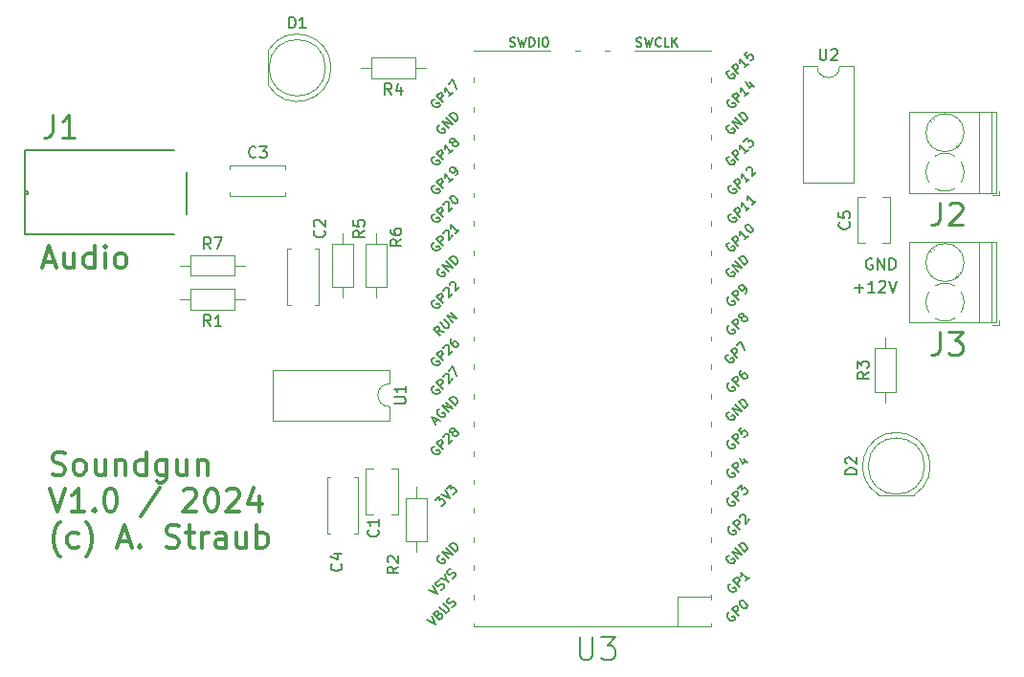
<source format=gto>
G04 #@! TF.GenerationSoftware,KiCad,Pcbnew,8.0.0*
G04 #@! TF.CreationDate,2024-03-17T16:54:30+01:00*
G04 #@! TF.ProjectId,soundgun,736f756e-6467-4756-9e2e-6b696361645f,rev?*
G04 #@! TF.SameCoordinates,Original*
G04 #@! TF.FileFunction,Legend,Top*
G04 #@! TF.FilePolarity,Positive*
%FSLAX46Y46*%
G04 Gerber Fmt 4.6, Leading zero omitted, Abs format (unit mm)*
G04 Created by KiCad (PCBNEW 8.0.0) date 2024-03-17 16:54:30*
%MOMM*%
%LPD*%
G01*
G04 APERTURE LIST*
%ADD10C,0.300000*%
%ADD11C,0.150000*%
%ADD12C,0.250000*%
%ADD13C,0.200000*%
%ADD14C,0.120000*%
%ADD15C,0.152400*%
%ADD16R,1.600000X2.400000*%
%ADD17O,1.600000X2.400000*%
%ADD18C,1.400000*%
%ADD19O,1.400000X1.400000*%
%ADD20R,1.800000X1.800000*%
%ADD21C,1.800000*%
%ADD22C,1.600000*%
%ADD23C,5.600000*%
%ADD24R,2.400000X2.400000*%
%ADD25C,2.400000*%
%ADD26C,0.990600*%
%ADD27O,2.006600X1.498600*%
%ADD28O,1.800000X1.800000*%
%ADD29O,1.500000X1.500000*%
%ADD30O,1.700000X1.700000*%
%ADD31R,3.500000X1.700000*%
%ADD32R,1.700000X1.700000*%
%ADD33R,1.700000X3.500000*%
%ADD34R,2.400000X1.600000*%
%ADD35O,2.400000X1.600000*%
%ADD36C,0.600000*%
G04 APERTURE END LIST*
D10*
X83328320Y-101954624D02*
X83614034Y-102049862D01*
X83614034Y-102049862D02*
X84090225Y-102049862D01*
X84090225Y-102049862D02*
X84280701Y-101954624D01*
X84280701Y-101954624D02*
X84375939Y-101859385D01*
X84375939Y-101859385D02*
X84471177Y-101668909D01*
X84471177Y-101668909D02*
X84471177Y-101478433D01*
X84471177Y-101478433D02*
X84375939Y-101287957D01*
X84375939Y-101287957D02*
X84280701Y-101192719D01*
X84280701Y-101192719D02*
X84090225Y-101097481D01*
X84090225Y-101097481D02*
X83709272Y-101002243D01*
X83709272Y-101002243D02*
X83518796Y-100907004D01*
X83518796Y-100907004D02*
X83423558Y-100811766D01*
X83423558Y-100811766D02*
X83328320Y-100621290D01*
X83328320Y-100621290D02*
X83328320Y-100430814D01*
X83328320Y-100430814D02*
X83423558Y-100240338D01*
X83423558Y-100240338D02*
X83518796Y-100145100D01*
X83518796Y-100145100D02*
X83709272Y-100049862D01*
X83709272Y-100049862D02*
X84185463Y-100049862D01*
X84185463Y-100049862D02*
X84471177Y-100145100D01*
X85614034Y-102049862D02*
X85423558Y-101954624D01*
X85423558Y-101954624D02*
X85328320Y-101859385D01*
X85328320Y-101859385D02*
X85233082Y-101668909D01*
X85233082Y-101668909D02*
X85233082Y-101097481D01*
X85233082Y-101097481D02*
X85328320Y-100907004D01*
X85328320Y-100907004D02*
X85423558Y-100811766D01*
X85423558Y-100811766D02*
X85614034Y-100716528D01*
X85614034Y-100716528D02*
X85899749Y-100716528D01*
X85899749Y-100716528D02*
X86090225Y-100811766D01*
X86090225Y-100811766D02*
X86185463Y-100907004D01*
X86185463Y-100907004D02*
X86280701Y-101097481D01*
X86280701Y-101097481D02*
X86280701Y-101668909D01*
X86280701Y-101668909D02*
X86185463Y-101859385D01*
X86185463Y-101859385D02*
X86090225Y-101954624D01*
X86090225Y-101954624D02*
X85899749Y-102049862D01*
X85899749Y-102049862D02*
X85614034Y-102049862D01*
X87994987Y-100716528D02*
X87994987Y-102049862D01*
X87137844Y-100716528D02*
X87137844Y-101764147D01*
X87137844Y-101764147D02*
X87233082Y-101954624D01*
X87233082Y-101954624D02*
X87423558Y-102049862D01*
X87423558Y-102049862D02*
X87709273Y-102049862D01*
X87709273Y-102049862D02*
X87899749Y-101954624D01*
X87899749Y-101954624D02*
X87994987Y-101859385D01*
X88947368Y-100716528D02*
X88947368Y-102049862D01*
X88947368Y-100907004D02*
X89042606Y-100811766D01*
X89042606Y-100811766D02*
X89233082Y-100716528D01*
X89233082Y-100716528D02*
X89518797Y-100716528D01*
X89518797Y-100716528D02*
X89709273Y-100811766D01*
X89709273Y-100811766D02*
X89804511Y-101002243D01*
X89804511Y-101002243D02*
X89804511Y-102049862D01*
X91614035Y-102049862D02*
X91614035Y-100049862D01*
X91614035Y-101954624D02*
X91423559Y-102049862D01*
X91423559Y-102049862D02*
X91042606Y-102049862D01*
X91042606Y-102049862D02*
X90852130Y-101954624D01*
X90852130Y-101954624D02*
X90756892Y-101859385D01*
X90756892Y-101859385D02*
X90661654Y-101668909D01*
X90661654Y-101668909D02*
X90661654Y-101097481D01*
X90661654Y-101097481D02*
X90756892Y-100907004D01*
X90756892Y-100907004D02*
X90852130Y-100811766D01*
X90852130Y-100811766D02*
X91042606Y-100716528D01*
X91042606Y-100716528D02*
X91423559Y-100716528D01*
X91423559Y-100716528D02*
X91614035Y-100811766D01*
X93423559Y-100716528D02*
X93423559Y-102335576D01*
X93423559Y-102335576D02*
X93328321Y-102526052D01*
X93328321Y-102526052D02*
X93233083Y-102621290D01*
X93233083Y-102621290D02*
X93042606Y-102716528D01*
X93042606Y-102716528D02*
X92756892Y-102716528D01*
X92756892Y-102716528D02*
X92566416Y-102621290D01*
X93423559Y-101954624D02*
X93233083Y-102049862D01*
X93233083Y-102049862D02*
X92852130Y-102049862D01*
X92852130Y-102049862D02*
X92661654Y-101954624D01*
X92661654Y-101954624D02*
X92566416Y-101859385D01*
X92566416Y-101859385D02*
X92471178Y-101668909D01*
X92471178Y-101668909D02*
X92471178Y-101097481D01*
X92471178Y-101097481D02*
X92566416Y-100907004D01*
X92566416Y-100907004D02*
X92661654Y-100811766D01*
X92661654Y-100811766D02*
X92852130Y-100716528D01*
X92852130Y-100716528D02*
X93233083Y-100716528D01*
X93233083Y-100716528D02*
X93423559Y-100811766D01*
X95233083Y-100716528D02*
X95233083Y-102049862D01*
X94375940Y-100716528D02*
X94375940Y-101764147D01*
X94375940Y-101764147D02*
X94471178Y-101954624D01*
X94471178Y-101954624D02*
X94661654Y-102049862D01*
X94661654Y-102049862D02*
X94947369Y-102049862D01*
X94947369Y-102049862D02*
X95137845Y-101954624D01*
X95137845Y-101954624D02*
X95233083Y-101859385D01*
X96185464Y-100716528D02*
X96185464Y-102049862D01*
X96185464Y-100907004D02*
X96280702Y-100811766D01*
X96280702Y-100811766D02*
X96471178Y-100716528D01*
X96471178Y-100716528D02*
X96756893Y-100716528D01*
X96756893Y-100716528D02*
X96947369Y-100811766D01*
X96947369Y-100811766D02*
X97042607Y-101002243D01*
X97042607Y-101002243D02*
X97042607Y-102049862D01*
X83137844Y-103269750D02*
X83804510Y-105269750D01*
X83804510Y-105269750D02*
X84471177Y-103269750D01*
X86185463Y-105269750D02*
X85042606Y-105269750D01*
X85614034Y-105269750D02*
X85614034Y-103269750D01*
X85614034Y-103269750D02*
X85423558Y-103555464D01*
X85423558Y-103555464D02*
X85233082Y-103745940D01*
X85233082Y-103745940D02*
X85042606Y-103841178D01*
X87042606Y-105079273D02*
X87137844Y-105174512D01*
X87137844Y-105174512D02*
X87042606Y-105269750D01*
X87042606Y-105269750D02*
X86947368Y-105174512D01*
X86947368Y-105174512D02*
X87042606Y-105079273D01*
X87042606Y-105079273D02*
X87042606Y-105269750D01*
X88375939Y-103269750D02*
X88566416Y-103269750D01*
X88566416Y-103269750D02*
X88756892Y-103364988D01*
X88756892Y-103364988D02*
X88852130Y-103460226D01*
X88852130Y-103460226D02*
X88947368Y-103650702D01*
X88947368Y-103650702D02*
X89042606Y-104031654D01*
X89042606Y-104031654D02*
X89042606Y-104507845D01*
X89042606Y-104507845D02*
X88947368Y-104888797D01*
X88947368Y-104888797D02*
X88852130Y-105079273D01*
X88852130Y-105079273D02*
X88756892Y-105174512D01*
X88756892Y-105174512D02*
X88566416Y-105269750D01*
X88566416Y-105269750D02*
X88375939Y-105269750D01*
X88375939Y-105269750D02*
X88185463Y-105174512D01*
X88185463Y-105174512D02*
X88090225Y-105079273D01*
X88090225Y-105079273D02*
X87994987Y-104888797D01*
X87994987Y-104888797D02*
X87899749Y-104507845D01*
X87899749Y-104507845D02*
X87899749Y-104031654D01*
X87899749Y-104031654D02*
X87994987Y-103650702D01*
X87994987Y-103650702D02*
X88090225Y-103460226D01*
X88090225Y-103460226D02*
X88185463Y-103364988D01*
X88185463Y-103364988D02*
X88375939Y-103269750D01*
X92852130Y-103174512D02*
X91137845Y-105745940D01*
X94947369Y-103460226D02*
X95042607Y-103364988D01*
X95042607Y-103364988D02*
X95233083Y-103269750D01*
X95233083Y-103269750D02*
X95709274Y-103269750D01*
X95709274Y-103269750D02*
X95899750Y-103364988D01*
X95899750Y-103364988D02*
X95994988Y-103460226D01*
X95994988Y-103460226D02*
X96090226Y-103650702D01*
X96090226Y-103650702D02*
X96090226Y-103841178D01*
X96090226Y-103841178D02*
X95994988Y-104126892D01*
X95994988Y-104126892D02*
X94852131Y-105269750D01*
X94852131Y-105269750D02*
X96090226Y-105269750D01*
X97328321Y-103269750D02*
X97518798Y-103269750D01*
X97518798Y-103269750D02*
X97709274Y-103364988D01*
X97709274Y-103364988D02*
X97804512Y-103460226D01*
X97804512Y-103460226D02*
X97899750Y-103650702D01*
X97899750Y-103650702D02*
X97994988Y-104031654D01*
X97994988Y-104031654D02*
X97994988Y-104507845D01*
X97994988Y-104507845D02*
X97899750Y-104888797D01*
X97899750Y-104888797D02*
X97804512Y-105079273D01*
X97804512Y-105079273D02*
X97709274Y-105174512D01*
X97709274Y-105174512D02*
X97518798Y-105269750D01*
X97518798Y-105269750D02*
X97328321Y-105269750D01*
X97328321Y-105269750D02*
X97137845Y-105174512D01*
X97137845Y-105174512D02*
X97042607Y-105079273D01*
X97042607Y-105079273D02*
X96947369Y-104888797D01*
X96947369Y-104888797D02*
X96852131Y-104507845D01*
X96852131Y-104507845D02*
X96852131Y-104031654D01*
X96852131Y-104031654D02*
X96947369Y-103650702D01*
X96947369Y-103650702D02*
X97042607Y-103460226D01*
X97042607Y-103460226D02*
X97137845Y-103364988D01*
X97137845Y-103364988D02*
X97328321Y-103269750D01*
X98756893Y-103460226D02*
X98852131Y-103364988D01*
X98852131Y-103364988D02*
X99042607Y-103269750D01*
X99042607Y-103269750D02*
X99518798Y-103269750D01*
X99518798Y-103269750D02*
X99709274Y-103364988D01*
X99709274Y-103364988D02*
X99804512Y-103460226D01*
X99804512Y-103460226D02*
X99899750Y-103650702D01*
X99899750Y-103650702D02*
X99899750Y-103841178D01*
X99899750Y-103841178D02*
X99804512Y-104126892D01*
X99804512Y-104126892D02*
X98661655Y-105269750D01*
X98661655Y-105269750D02*
X99899750Y-105269750D01*
X101614036Y-103936416D02*
X101614036Y-105269750D01*
X101137845Y-103174512D02*
X100661655Y-104603083D01*
X100661655Y-104603083D02*
X101899750Y-104603083D01*
X83994987Y-109251542D02*
X83899748Y-109156304D01*
X83899748Y-109156304D02*
X83709272Y-108870590D01*
X83709272Y-108870590D02*
X83614034Y-108680114D01*
X83614034Y-108680114D02*
X83518796Y-108394400D01*
X83518796Y-108394400D02*
X83423558Y-107918209D01*
X83423558Y-107918209D02*
X83423558Y-107537257D01*
X83423558Y-107537257D02*
X83518796Y-107061066D01*
X83518796Y-107061066D02*
X83614034Y-106775352D01*
X83614034Y-106775352D02*
X83709272Y-106584876D01*
X83709272Y-106584876D02*
X83899748Y-106299161D01*
X83899748Y-106299161D02*
X83994987Y-106203923D01*
X85614034Y-108394400D02*
X85423558Y-108489638D01*
X85423558Y-108489638D02*
X85042605Y-108489638D01*
X85042605Y-108489638D02*
X84852129Y-108394400D01*
X84852129Y-108394400D02*
X84756891Y-108299161D01*
X84756891Y-108299161D02*
X84661653Y-108108685D01*
X84661653Y-108108685D02*
X84661653Y-107537257D01*
X84661653Y-107537257D02*
X84756891Y-107346780D01*
X84756891Y-107346780D02*
X84852129Y-107251542D01*
X84852129Y-107251542D02*
X85042605Y-107156304D01*
X85042605Y-107156304D02*
X85423558Y-107156304D01*
X85423558Y-107156304D02*
X85614034Y-107251542D01*
X86280701Y-109251542D02*
X86375939Y-109156304D01*
X86375939Y-109156304D02*
X86566415Y-108870590D01*
X86566415Y-108870590D02*
X86661653Y-108680114D01*
X86661653Y-108680114D02*
X86756891Y-108394400D01*
X86756891Y-108394400D02*
X86852129Y-107918209D01*
X86852129Y-107918209D02*
X86852129Y-107537257D01*
X86852129Y-107537257D02*
X86756891Y-107061066D01*
X86756891Y-107061066D02*
X86661653Y-106775352D01*
X86661653Y-106775352D02*
X86566415Y-106584876D01*
X86566415Y-106584876D02*
X86375939Y-106299161D01*
X86375939Y-106299161D02*
X86280701Y-106203923D01*
X89233082Y-107918209D02*
X90185463Y-107918209D01*
X89042606Y-108489638D02*
X89709272Y-106489638D01*
X89709272Y-106489638D02*
X90375939Y-108489638D01*
X91042606Y-108299161D02*
X91137844Y-108394400D01*
X91137844Y-108394400D02*
X91042606Y-108489638D01*
X91042606Y-108489638D02*
X90947368Y-108394400D01*
X90947368Y-108394400D02*
X91042606Y-108299161D01*
X91042606Y-108299161D02*
X91042606Y-108489638D01*
X93423559Y-108394400D02*
X93709273Y-108489638D01*
X93709273Y-108489638D02*
X94185464Y-108489638D01*
X94185464Y-108489638D02*
X94375940Y-108394400D01*
X94375940Y-108394400D02*
X94471178Y-108299161D01*
X94471178Y-108299161D02*
X94566416Y-108108685D01*
X94566416Y-108108685D02*
X94566416Y-107918209D01*
X94566416Y-107918209D02*
X94471178Y-107727733D01*
X94471178Y-107727733D02*
X94375940Y-107632495D01*
X94375940Y-107632495D02*
X94185464Y-107537257D01*
X94185464Y-107537257D02*
X93804511Y-107442019D01*
X93804511Y-107442019D02*
X93614035Y-107346780D01*
X93614035Y-107346780D02*
X93518797Y-107251542D01*
X93518797Y-107251542D02*
X93423559Y-107061066D01*
X93423559Y-107061066D02*
X93423559Y-106870590D01*
X93423559Y-106870590D02*
X93518797Y-106680114D01*
X93518797Y-106680114D02*
X93614035Y-106584876D01*
X93614035Y-106584876D02*
X93804511Y-106489638D01*
X93804511Y-106489638D02*
X94280702Y-106489638D01*
X94280702Y-106489638D02*
X94566416Y-106584876D01*
X95137845Y-107156304D02*
X95899749Y-107156304D01*
X95423559Y-106489638D02*
X95423559Y-108203923D01*
X95423559Y-108203923D02*
X95518797Y-108394400D01*
X95518797Y-108394400D02*
X95709273Y-108489638D01*
X95709273Y-108489638D02*
X95899749Y-108489638D01*
X96566416Y-108489638D02*
X96566416Y-107156304D01*
X96566416Y-107537257D02*
X96661654Y-107346780D01*
X96661654Y-107346780D02*
X96756892Y-107251542D01*
X96756892Y-107251542D02*
X96947368Y-107156304D01*
X96947368Y-107156304D02*
X97137845Y-107156304D01*
X98661654Y-108489638D02*
X98661654Y-107442019D01*
X98661654Y-107442019D02*
X98566416Y-107251542D01*
X98566416Y-107251542D02*
X98375940Y-107156304D01*
X98375940Y-107156304D02*
X97994987Y-107156304D01*
X97994987Y-107156304D02*
X97804511Y-107251542D01*
X98661654Y-108394400D02*
X98471178Y-108489638D01*
X98471178Y-108489638D02*
X97994987Y-108489638D01*
X97994987Y-108489638D02*
X97804511Y-108394400D01*
X97804511Y-108394400D02*
X97709273Y-108203923D01*
X97709273Y-108203923D02*
X97709273Y-108013447D01*
X97709273Y-108013447D02*
X97804511Y-107822971D01*
X97804511Y-107822971D02*
X97994987Y-107727733D01*
X97994987Y-107727733D02*
X98471178Y-107727733D01*
X98471178Y-107727733D02*
X98661654Y-107632495D01*
X100471178Y-107156304D02*
X100471178Y-108489638D01*
X99614035Y-107156304D02*
X99614035Y-108203923D01*
X99614035Y-108203923D02*
X99709273Y-108394400D01*
X99709273Y-108394400D02*
X99899749Y-108489638D01*
X99899749Y-108489638D02*
X100185464Y-108489638D01*
X100185464Y-108489638D02*
X100375940Y-108394400D01*
X100375940Y-108394400D02*
X100471178Y-108299161D01*
X101423559Y-108489638D02*
X101423559Y-106489638D01*
X101423559Y-107251542D02*
X101614035Y-107156304D01*
X101614035Y-107156304D02*
X101994988Y-107156304D01*
X101994988Y-107156304D02*
X102185464Y-107251542D01*
X102185464Y-107251542D02*
X102280702Y-107346780D01*
X102280702Y-107346780D02*
X102375940Y-107537257D01*
X102375940Y-107537257D02*
X102375940Y-108108685D01*
X102375940Y-108108685D02*
X102280702Y-108299161D01*
X102280702Y-108299161D02*
X102185464Y-108394400D01*
X102185464Y-108394400D02*
X101994988Y-108489638D01*
X101994988Y-108489638D02*
X101614035Y-108489638D01*
X101614035Y-108489638D02*
X101423559Y-108394400D01*
D11*
X155860588Y-82917438D02*
X155765350Y-82869819D01*
X155765350Y-82869819D02*
X155622493Y-82869819D01*
X155622493Y-82869819D02*
X155479636Y-82917438D01*
X155479636Y-82917438D02*
X155384398Y-83012676D01*
X155384398Y-83012676D02*
X155336779Y-83107914D01*
X155336779Y-83107914D02*
X155289160Y-83298390D01*
X155289160Y-83298390D02*
X155289160Y-83441247D01*
X155289160Y-83441247D02*
X155336779Y-83631723D01*
X155336779Y-83631723D02*
X155384398Y-83726961D01*
X155384398Y-83726961D02*
X155479636Y-83822200D01*
X155479636Y-83822200D02*
X155622493Y-83869819D01*
X155622493Y-83869819D02*
X155717731Y-83869819D01*
X155717731Y-83869819D02*
X155860588Y-83822200D01*
X155860588Y-83822200D02*
X155908207Y-83774580D01*
X155908207Y-83774580D02*
X155908207Y-83441247D01*
X155908207Y-83441247D02*
X155717731Y-83441247D01*
X156336779Y-83869819D02*
X156336779Y-82869819D01*
X156336779Y-82869819D02*
X156908207Y-83869819D01*
X156908207Y-83869819D02*
X156908207Y-82869819D01*
X157384398Y-83869819D02*
X157384398Y-82869819D01*
X157384398Y-82869819D02*
X157622493Y-82869819D01*
X157622493Y-82869819D02*
X157765350Y-82917438D01*
X157765350Y-82917438D02*
X157860588Y-83012676D01*
X157860588Y-83012676D02*
X157908207Y-83107914D01*
X157908207Y-83107914D02*
X157955826Y-83298390D01*
X157955826Y-83298390D02*
X157955826Y-83441247D01*
X157955826Y-83441247D02*
X157908207Y-83631723D01*
X157908207Y-83631723D02*
X157860588Y-83726961D01*
X157860588Y-83726961D02*
X157765350Y-83822200D01*
X157765350Y-83822200D02*
X157622493Y-83869819D01*
X157622493Y-83869819D02*
X157384398Y-83869819D01*
X154336779Y-85488866D02*
X155098684Y-85488866D01*
X154717731Y-85869819D02*
X154717731Y-85107914D01*
X156098683Y-85869819D02*
X155527255Y-85869819D01*
X155812969Y-85869819D02*
X155812969Y-84869819D01*
X155812969Y-84869819D02*
X155717731Y-85012676D01*
X155717731Y-85012676D02*
X155622493Y-85107914D01*
X155622493Y-85107914D02*
X155527255Y-85155533D01*
X156479636Y-84965057D02*
X156527255Y-84917438D01*
X156527255Y-84917438D02*
X156622493Y-84869819D01*
X156622493Y-84869819D02*
X156860588Y-84869819D01*
X156860588Y-84869819D02*
X156955826Y-84917438D01*
X156955826Y-84917438D02*
X157003445Y-84965057D01*
X157003445Y-84965057D02*
X157051064Y-85060295D01*
X157051064Y-85060295D02*
X157051064Y-85155533D01*
X157051064Y-85155533D02*
X157003445Y-85298390D01*
X157003445Y-85298390D02*
X156432017Y-85869819D01*
X156432017Y-85869819D02*
X157051064Y-85869819D01*
X157336779Y-84869819D02*
X157670112Y-85869819D01*
X157670112Y-85869819D02*
X158003445Y-84869819D01*
D10*
X82578320Y-83168209D02*
X83530701Y-83168209D01*
X82387844Y-83739638D02*
X83054510Y-81739638D01*
X83054510Y-81739638D02*
X83721177Y-83739638D01*
X85244987Y-82406304D02*
X85244987Y-83739638D01*
X84387844Y-82406304D02*
X84387844Y-83453923D01*
X84387844Y-83453923D02*
X84483082Y-83644400D01*
X84483082Y-83644400D02*
X84673558Y-83739638D01*
X84673558Y-83739638D02*
X84959273Y-83739638D01*
X84959273Y-83739638D02*
X85149749Y-83644400D01*
X85149749Y-83644400D02*
X85244987Y-83549161D01*
X87054511Y-83739638D02*
X87054511Y-81739638D01*
X87054511Y-83644400D02*
X86864035Y-83739638D01*
X86864035Y-83739638D02*
X86483082Y-83739638D01*
X86483082Y-83739638D02*
X86292606Y-83644400D01*
X86292606Y-83644400D02*
X86197368Y-83549161D01*
X86197368Y-83549161D02*
X86102130Y-83358685D01*
X86102130Y-83358685D02*
X86102130Y-82787257D01*
X86102130Y-82787257D02*
X86197368Y-82596780D01*
X86197368Y-82596780D02*
X86292606Y-82501542D01*
X86292606Y-82501542D02*
X86483082Y-82406304D01*
X86483082Y-82406304D02*
X86864035Y-82406304D01*
X86864035Y-82406304D02*
X87054511Y-82501542D01*
X88006892Y-83739638D02*
X88006892Y-82406304D01*
X88006892Y-81739638D02*
X87911654Y-81834876D01*
X87911654Y-81834876D02*
X88006892Y-81930114D01*
X88006892Y-81930114D02*
X88102130Y-81834876D01*
X88102130Y-81834876D02*
X88006892Y-81739638D01*
X88006892Y-81739638D02*
X88006892Y-81930114D01*
X89244987Y-83739638D02*
X89054511Y-83644400D01*
X89054511Y-83644400D02*
X88959273Y-83549161D01*
X88959273Y-83549161D02*
X88864035Y-83358685D01*
X88864035Y-83358685D02*
X88864035Y-82787257D01*
X88864035Y-82787257D02*
X88959273Y-82596780D01*
X88959273Y-82596780D02*
X89054511Y-82501542D01*
X89054511Y-82501542D02*
X89244987Y-82406304D01*
X89244987Y-82406304D02*
X89530702Y-82406304D01*
X89530702Y-82406304D02*
X89721178Y-82501542D01*
X89721178Y-82501542D02*
X89816416Y-82596780D01*
X89816416Y-82596780D02*
X89911654Y-82787257D01*
X89911654Y-82787257D02*
X89911654Y-83358685D01*
X89911654Y-83358685D02*
X89816416Y-83549161D01*
X89816416Y-83549161D02*
X89721178Y-83644400D01*
X89721178Y-83644400D02*
X89530702Y-83739638D01*
X89530702Y-83739638D02*
X89244987Y-83739638D01*
D11*
X113584819Y-95746904D02*
X114394342Y-95746904D01*
X114394342Y-95746904D02*
X114489580Y-95699285D01*
X114489580Y-95699285D02*
X114537200Y-95651666D01*
X114537200Y-95651666D02*
X114584819Y-95556428D01*
X114584819Y-95556428D02*
X114584819Y-95365952D01*
X114584819Y-95365952D02*
X114537200Y-95270714D01*
X114537200Y-95270714D02*
X114489580Y-95223095D01*
X114489580Y-95223095D02*
X114394342Y-95175476D01*
X114394342Y-95175476D02*
X113584819Y-95175476D01*
X114584819Y-94175476D02*
X114584819Y-94746904D01*
X114584819Y-94461190D02*
X113584819Y-94461190D01*
X113584819Y-94461190D02*
X113727676Y-94556428D01*
X113727676Y-94556428D02*
X113822914Y-94651666D01*
X113822914Y-94651666D02*
X113870533Y-94746904D01*
X113333333Y-68374819D02*
X113000000Y-67898628D01*
X112761905Y-68374819D02*
X112761905Y-67374819D01*
X112761905Y-67374819D02*
X113142857Y-67374819D01*
X113142857Y-67374819D02*
X113238095Y-67422438D01*
X113238095Y-67422438D02*
X113285714Y-67470057D01*
X113285714Y-67470057D02*
X113333333Y-67565295D01*
X113333333Y-67565295D02*
X113333333Y-67708152D01*
X113333333Y-67708152D02*
X113285714Y-67803390D01*
X113285714Y-67803390D02*
X113238095Y-67851009D01*
X113238095Y-67851009D02*
X113142857Y-67898628D01*
X113142857Y-67898628D02*
X112761905Y-67898628D01*
X114190476Y-67708152D02*
X114190476Y-68374819D01*
X113952381Y-67327200D02*
X113714286Y-68041485D01*
X113714286Y-68041485D02*
X114333333Y-68041485D01*
X104256905Y-62494819D02*
X104256905Y-61494819D01*
X104256905Y-61494819D02*
X104495000Y-61494819D01*
X104495000Y-61494819D02*
X104637857Y-61542438D01*
X104637857Y-61542438D02*
X104733095Y-61637676D01*
X104733095Y-61637676D02*
X104780714Y-61732914D01*
X104780714Y-61732914D02*
X104828333Y-61923390D01*
X104828333Y-61923390D02*
X104828333Y-62066247D01*
X104828333Y-62066247D02*
X104780714Y-62256723D01*
X104780714Y-62256723D02*
X104733095Y-62351961D01*
X104733095Y-62351961D02*
X104637857Y-62447200D01*
X104637857Y-62447200D02*
X104495000Y-62494819D01*
X104495000Y-62494819D02*
X104256905Y-62494819D01*
X105780714Y-62494819D02*
X105209286Y-62494819D01*
X105495000Y-62494819D02*
X105495000Y-61494819D01*
X105495000Y-61494819D02*
X105399762Y-61637676D01*
X105399762Y-61637676D02*
X105304524Y-61732914D01*
X105304524Y-61732914D02*
X105209286Y-61780533D01*
X101333333Y-73859456D02*
X101285714Y-73907076D01*
X101285714Y-73907076D02*
X101142857Y-73954695D01*
X101142857Y-73954695D02*
X101047619Y-73954695D01*
X101047619Y-73954695D02*
X100904762Y-73907076D01*
X100904762Y-73907076D02*
X100809524Y-73811837D01*
X100809524Y-73811837D02*
X100761905Y-73716599D01*
X100761905Y-73716599D02*
X100714286Y-73526123D01*
X100714286Y-73526123D02*
X100714286Y-73383266D01*
X100714286Y-73383266D02*
X100761905Y-73192790D01*
X100761905Y-73192790D02*
X100809524Y-73097552D01*
X100809524Y-73097552D02*
X100904762Y-73002314D01*
X100904762Y-73002314D02*
X101047619Y-72954695D01*
X101047619Y-72954695D02*
X101142857Y-72954695D01*
X101142857Y-72954695D02*
X101285714Y-73002314D01*
X101285714Y-73002314D02*
X101333333Y-73049933D01*
X101666667Y-72954695D02*
X102285714Y-72954695D01*
X102285714Y-72954695D02*
X101952381Y-73335647D01*
X101952381Y-73335647D02*
X102095238Y-73335647D01*
X102095238Y-73335647D02*
X102190476Y-73383266D01*
X102190476Y-73383266D02*
X102238095Y-73430885D01*
X102238095Y-73430885D02*
X102285714Y-73526123D01*
X102285714Y-73526123D02*
X102285714Y-73764218D01*
X102285714Y-73764218D02*
X102238095Y-73859456D01*
X102238095Y-73859456D02*
X102190476Y-73907076D01*
X102190476Y-73907076D02*
X102095238Y-73954695D01*
X102095238Y-73954695D02*
X101809524Y-73954695D01*
X101809524Y-73954695D02*
X101714286Y-73907076D01*
X101714286Y-73907076D02*
X101666667Y-73859456D01*
X154494819Y-102008094D02*
X153494819Y-102008094D01*
X153494819Y-102008094D02*
X153494819Y-101769999D01*
X153494819Y-101769999D02*
X153542438Y-101627142D01*
X153542438Y-101627142D02*
X153637676Y-101531904D01*
X153637676Y-101531904D02*
X153732914Y-101484285D01*
X153732914Y-101484285D02*
X153923390Y-101436666D01*
X153923390Y-101436666D02*
X154066247Y-101436666D01*
X154066247Y-101436666D02*
X154256723Y-101484285D01*
X154256723Y-101484285D02*
X154351961Y-101531904D01*
X154351961Y-101531904D02*
X154447200Y-101627142D01*
X154447200Y-101627142D02*
X154494819Y-101769999D01*
X154494819Y-101769999D02*
X154494819Y-102008094D01*
X153590057Y-101055713D02*
X153542438Y-101008094D01*
X153542438Y-101008094D02*
X153494819Y-100912856D01*
X153494819Y-100912856D02*
X153494819Y-100674761D01*
X153494819Y-100674761D02*
X153542438Y-100579523D01*
X153542438Y-100579523D02*
X153590057Y-100531904D01*
X153590057Y-100531904D02*
X153685295Y-100484285D01*
X153685295Y-100484285D02*
X153780533Y-100484285D01*
X153780533Y-100484285D02*
X153923390Y-100531904D01*
X153923390Y-100531904D02*
X154494819Y-101103332D01*
X154494819Y-101103332D02*
X154494819Y-100484285D01*
X108859580Y-109916666D02*
X108907200Y-109964285D01*
X108907200Y-109964285D02*
X108954819Y-110107142D01*
X108954819Y-110107142D02*
X108954819Y-110202380D01*
X108954819Y-110202380D02*
X108907200Y-110345237D01*
X108907200Y-110345237D02*
X108811961Y-110440475D01*
X108811961Y-110440475D02*
X108716723Y-110488094D01*
X108716723Y-110488094D02*
X108526247Y-110535713D01*
X108526247Y-110535713D02*
X108383390Y-110535713D01*
X108383390Y-110535713D02*
X108192914Y-110488094D01*
X108192914Y-110488094D02*
X108097676Y-110440475D01*
X108097676Y-110440475D02*
X108002438Y-110345237D01*
X108002438Y-110345237D02*
X107954819Y-110202380D01*
X107954819Y-110202380D02*
X107954819Y-110107142D01*
X107954819Y-110107142D02*
X108002438Y-109964285D01*
X108002438Y-109964285D02*
X108050057Y-109916666D01*
X108288152Y-109059523D02*
X108954819Y-109059523D01*
X107907200Y-109297618D02*
X108621485Y-109535713D01*
X108621485Y-109535713D02*
X108621485Y-108916666D01*
X107359580Y-80416666D02*
X107407200Y-80464285D01*
X107407200Y-80464285D02*
X107454819Y-80607142D01*
X107454819Y-80607142D02*
X107454819Y-80702380D01*
X107454819Y-80702380D02*
X107407200Y-80845237D01*
X107407200Y-80845237D02*
X107311961Y-80940475D01*
X107311961Y-80940475D02*
X107216723Y-80988094D01*
X107216723Y-80988094D02*
X107026247Y-81035713D01*
X107026247Y-81035713D02*
X106883390Y-81035713D01*
X106883390Y-81035713D02*
X106692914Y-80988094D01*
X106692914Y-80988094D02*
X106597676Y-80940475D01*
X106597676Y-80940475D02*
X106502438Y-80845237D01*
X106502438Y-80845237D02*
X106454819Y-80702380D01*
X106454819Y-80702380D02*
X106454819Y-80607142D01*
X106454819Y-80607142D02*
X106502438Y-80464285D01*
X106502438Y-80464285D02*
X106550057Y-80416666D01*
X106550057Y-80035713D02*
X106502438Y-79988094D01*
X106502438Y-79988094D02*
X106454819Y-79892856D01*
X106454819Y-79892856D02*
X106454819Y-79654761D01*
X106454819Y-79654761D02*
X106502438Y-79559523D01*
X106502438Y-79559523D02*
X106550057Y-79511904D01*
X106550057Y-79511904D02*
X106645295Y-79464285D01*
X106645295Y-79464285D02*
X106740533Y-79464285D01*
X106740533Y-79464285D02*
X106883390Y-79511904D01*
X106883390Y-79511904D02*
X107454819Y-80083332D01*
X107454819Y-80083332D02*
X107454819Y-79464285D01*
X155534819Y-92931666D02*
X155058628Y-93264999D01*
X155534819Y-93503094D02*
X154534819Y-93503094D01*
X154534819Y-93503094D02*
X154534819Y-93122142D01*
X154534819Y-93122142D02*
X154582438Y-93026904D01*
X154582438Y-93026904D02*
X154630057Y-92979285D01*
X154630057Y-92979285D02*
X154725295Y-92931666D01*
X154725295Y-92931666D02*
X154868152Y-92931666D01*
X154868152Y-92931666D02*
X154963390Y-92979285D01*
X154963390Y-92979285D02*
X155011009Y-93026904D01*
X155011009Y-93026904D02*
X155058628Y-93122142D01*
X155058628Y-93122142D02*
X155058628Y-93503094D01*
X154534819Y-92598332D02*
X154534819Y-91979285D01*
X154534819Y-91979285D02*
X154915771Y-92312618D01*
X154915771Y-92312618D02*
X154915771Y-92169761D01*
X154915771Y-92169761D02*
X154963390Y-92074523D01*
X154963390Y-92074523D02*
X155011009Y-92026904D01*
X155011009Y-92026904D02*
X155106247Y-91979285D01*
X155106247Y-91979285D02*
X155344342Y-91979285D01*
X155344342Y-91979285D02*
X155439580Y-92026904D01*
X155439580Y-92026904D02*
X155487200Y-92074523D01*
X155487200Y-92074523D02*
X155534819Y-92169761D01*
X155534819Y-92169761D02*
X155534819Y-92455475D01*
X155534819Y-92455475D02*
X155487200Y-92550713D01*
X155487200Y-92550713D02*
X155439580Y-92598332D01*
D12*
X161833333Y-77912238D02*
X161833333Y-79340809D01*
X161833333Y-79340809D02*
X161738094Y-79626523D01*
X161738094Y-79626523D02*
X161547618Y-79817000D01*
X161547618Y-79817000D02*
X161261904Y-79912238D01*
X161261904Y-79912238D02*
X161071428Y-79912238D01*
X162690476Y-78102714D02*
X162785714Y-78007476D01*
X162785714Y-78007476D02*
X162976190Y-77912238D01*
X162976190Y-77912238D02*
X163452381Y-77912238D01*
X163452381Y-77912238D02*
X163642857Y-78007476D01*
X163642857Y-78007476D02*
X163738095Y-78102714D01*
X163738095Y-78102714D02*
X163833333Y-78293190D01*
X163833333Y-78293190D02*
X163833333Y-78483666D01*
X163833333Y-78483666D02*
X163738095Y-78769380D01*
X163738095Y-78769380D02*
X162595238Y-79912238D01*
X162595238Y-79912238D02*
X163833333Y-79912238D01*
D11*
X112109580Y-106916666D02*
X112157200Y-106964285D01*
X112157200Y-106964285D02*
X112204819Y-107107142D01*
X112204819Y-107107142D02*
X112204819Y-107202380D01*
X112204819Y-107202380D02*
X112157200Y-107345237D01*
X112157200Y-107345237D02*
X112061961Y-107440475D01*
X112061961Y-107440475D02*
X111966723Y-107488094D01*
X111966723Y-107488094D02*
X111776247Y-107535713D01*
X111776247Y-107535713D02*
X111633390Y-107535713D01*
X111633390Y-107535713D02*
X111442914Y-107488094D01*
X111442914Y-107488094D02*
X111347676Y-107440475D01*
X111347676Y-107440475D02*
X111252438Y-107345237D01*
X111252438Y-107345237D02*
X111204819Y-107202380D01*
X111204819Y-107202380D02*
X111204819Y-107107142D01*
X111204819Y-107107142D02*
X111252438Y-106964285D01*
X111252438Y-106964285D02*
X111300057Y-106916666D01*
X112204819Y-105964285D02*
X112204819Y-106535713D01*
X112204819Y-106249999D02*
X111204819Y-106249999D01*
X111204819Y-106249999D02*
X111347676Y-106345237D01*
X111347676Y-106345237D02*
X111442914Y-106440475D01*
X111442914Y-106440475D02*
X111490533Y-106535713D01*
D12*
X83333333Y-70162238D02*
X83333333Y-71590809D01*
X83333333Y-71590809D02*
X83238094Y-71876523D01*
X83238094Y-71876523D02*
X83047618Y-72067000D01*
X83047618Y-72067000D02*
X82761904Y-72162238D01*
X82761904Y-72162238D02*
X82571428Y-72162238D01*
X85333333Y-72162238D02*
X84190476Y-72162238D01*
X84761904Y-72162238D02*
X84761904Y-70162238D01*
X84761904Y-70162238D02*
X84571428Y-70447952D01*
X84571428Y-70447952D02*
X84380952Y-70638428D01*
X84380952Y-70638428D02*
X84190476Y-70733666D01*
D11*
X97333333Y-88874819D02*
X97000000Y-88398628D01*
X96761905Y-88874819D02*
X96761905Y-87874819D01*
X96761905Y-87874819D02*
X97142857Y-87874819D01*
X97142857Y-87874819D02*
X97238095Y-87922438D01*
X97238095Y-87922438D02*
X97285714Y-87970057D01*
X97285714Y-87970057D02*
X97333333Y-88065295D01*
X97333333Y-88065295D02*
X97333333Y-88208152D01*
X97333333Y-88208152D02*
X97285714Y-88303390D01*
X97285714Y-88303390D02*
X97238095Y-88351009D01*
X97238095Y-88351009D02*
X97142857Y-88398628D01*
X97142857Y-88398628D02*
X96761905Y-88398628D01*
X98285714Y-88874819D02*
X97714286Y-88874819D01*
X98000000Y-88874819D02*
X98000000Y-87874819D01*
X98000000Y-87874819D02*
X97904762Y-88017676D01*
X97904762Y-88017676D02*
X97809524Y-88112914D01*
X97809524Y-88112914D02*
X97714286Y-88160533D01*
X153809580Y-79666666D02*
X153857200Y-79714285D01*
X153857200Y-79714285D02*
X153904819Y-79857142D01*
X153904819Y-79857142D02*
X153904819Y-79952380D01*
X153904819Y-79952380D02*
X153857200Y-80095237D01*
X153857200Y-80095237D02*
X153761961Y-80190475D01*
X153761961Y-80190475D02*
X153666723Y-80238094D01*
X153666723Y-80238094D02*
X153476247Y-80285713D01*
X153476247Y-80285713D02*
X153333390Y-80285713D01*
X153333390Y-80285713D02*
X153142914Y-80238094D01*
X153142914Y-80238094D02*
X153047676Y-80190475D01*
X153047676Y-80190475D02*
X152952438Y-80095237D01*
X152952438Y-80095237D02*
X152904819Y-79952380D01*
X152904819Y-79952380D02*
X152904819Y-79857142D01*
X152904819Y-79857142D02*
X152952438Y-79714285D01*
X152952438Y-79714285D02*
X153000057Y-79666666D01*
X152904819Y-78761904D02*
X152904819Y-79238094D01*
X152904819Y-79238094D02*
X153381009Y-79285713D01*
X153381009Y-79285713D02*
X153333390Y-79238094D01*
X153333390Y-79238094D02*
X153285771Y-79142856D01*
X153285771Y-79142856D02*
X153285771Y-78904761D01*
X153285771Y-78904761D02*
X153333390Y-78809523D01*
X153333390Y-78809523D02*
X153381009Y-78761904D01*
X153381009Y-78761904D02*
X153476247Y-78714285D01*
X153476247Y-78714285D02*
X153714342Y-78714285D01*
X153714342Y-78714285D02*
X153809580Y-78761904D01*
X153809580Y-78761904D02*
X153857200Y-78809523D01*
X153857200Y-78809523D02*
X153904819Y-78904761D01*
X153904819Y-78904761D02*
X153904819Y-79142856D01*
X153904819Y-79142856D02*
X153857200Y-79238094D01*
X153857200Y-79238094D02*
X153809580Y-79285713D01*
X110954819Y-80416666D02*
X110478628Y-80749999D01*
X110954819Y-80988094D02*
X109954819Y-80988094D01*
X109954819Y-80988094D02*
X109954819Y-80607142D01*
X109954819Y-80607142D02*
X110002438Y-80511904D01*
X110002438Y-80511904D02*
X110050057Y-80464285D01*
X110050057Y-80464285D02*
X110145295Y-80416666D01*
X110145295Y-80416666D02*
X110288152Y-80416666D01*
X110288152Y-80416666D02*
X110383390Y-80464285D01*
X110383390Y-80464285D02*
X110431009Y-80511904D01*
X110431009Y-80511904D02*
X110478628Y-80607142D01*
X110478628Y-80607142D02*
X110478628Y-80988094D01*
X109954819Y-79511904D02*
X109954819Y-79988094D01*
X109954819Y-79988094D02*
X110431009Y-80035713D01*
X110431009Y-80035713D02*
X110383390Y-79988094D01*
X110383390Y-79988094D02*
X110335771Y-79892856D01*
X110335771Y-79892856D02*
X110335771Y-79654761D01*
X110335771Y-79654761D02*
X110383390Y-79559523D01*
X110383390Y-79559523D02*
X110431009Y-79511904D01*
X110431009Y-79511904D02*
X110526247Y-79464285D01*
X110526247Y-79464285D02*
X110764342Y-79464285D01*
X110764342Y-79464285D02*
X110859580Y-79511904D01*
X110859580Y-79511904D02*
X110907200Y-79559523D01*
X110907200Y-79559523D02*
X110954819Y-79654761D01*
X110954819Y-79654761D02*
X110954819Y-79892856D01*
X110954819Y-79892856D02*
X110907200Y-79988094D01*
X110907200Y-79988094D02*
X110859580Y-80035713D01*
D13*
X129976190Y-116414838D02*
X129976190Y-118033885D01*
X129976190Y-118033885D02*
X130071428Y-118224361D01*
X130071428Y-118224361D02*
X130166666Y-118319600D01*
X130166666Y-118319600D02*
X130357142Y-118414838D01*
X130357142Y-118414838D02*
X130738095Y-118414838D01*
X130738095Y-118414838D02*
X130928571Y-118319600D01*
X130928571Y-118319600D02*
X131023809Y-118224361D01*
X131023809Y-118224361D02*
X131119047Y-118033885D01*
X131119047Y-118033885D02*
X131119047Y-116414838D01*
X131880952Y-116414838D02*
X133119047Y-116414838D01*
X133119047Y-116414838D02*
X132452380Y-117176742D01*
X132452380Y-117176742D02*
X132738095Y-117176742D01*
X132738095Y-117176742D02*
X132928571Y-117271980D01*
X132928571Y-117271980D02*
X133023809Y-117367219D01*
X133023809Y-117367219D02*
X133119047Y-117557695D01*
X133119047Y-117557695D02*
X133119047Y-118033885D01*
X133119047Y-118033885D02*
X133023809Y-118224361D01*
X133023809Y-118224361D02*
X132928571Y-118319600D01*
X132928571Y-118319600D02*
X132738095Y-118414838D01*
X132738095Y-118414838D02*
X132166666Y-118414838D01*
X132166666Y-118414838D02*
X131976190Y-118319600D01*
X131976190Y-118319600D02*
X131880952Y-118224361D01*
D11*
X117099998Y-86550868D02*
X117019185Y-86577805D01*
X117019185Y-86577805D02*
X116938373Y-86658618D01*
X116938373Y-86658618D02*
X116884498Y-86766367D01*
X116884498Y-86766367D02*
X116884498Y-86874117D01*
X116884498Y-86874117D02*
X116911436Y-86954929D01*
X116911436Y-86954929D02*
X116992248Y-87089616D01*
X116992248Y-87089616D02*
X117073060Y-87170428D01*
X117073060Y-87170428D02*
X117207747Y-87251241D01*
X117207747Y-87251241D02*
X117288560Y-87278178D01*
X117288560Y-87278178D02*
X117396309Y-87278178D01*
X117396309Y-87278178D02*
X117504059Y-87224303D01*
X117504059Y-87224303D02*
X117557934Y-87170428D01*
X117557934Y-87170428D02*
X117611808Y-87062679D01*
X117611808Y-87062679D02*
X117611808Y-87008804D01*
X117611808Y-87008804D02*
X117423247Y-86820242D01*
X117423247Y-86820242D02*
X117315497Y-86927992D01*
X117908120Y-86820242D02*
X117342434Y-86254557D01*
X117342434Y-86254557D02*
X117557934Y-86039057D01*
X117557934Y-86039057D02*
X117638746Y-86012120D01*
X117638746Y-86012120D02*
X117692621Y-86012120D01*
X117692621Y-86012120D02*
X117773433Y-86039057D01*
X117773433Y-86039057D02*
X117854245Y-86119870D01*
X117854245Y-86119870D02*
X117881182Y-86200682D01*
X117881182Y-86200682D02*
X117881182Y-86254557D01*
X117881182Y-86254557D02*
X117854245Y-86335369D01*
X117854245Y-86335369D02*
X117638746Y-86550868D01*
X117935057Y-85769683D02*
X117935057Y-85715809D01*
X117935057Y-85715809D02*
X117961995Y-85634996D01*
X117961995Y-85634996D02*
X118096682Y-85500309D01*
X118096682Y-85500309D02*
X118177494Y-85473372D01*
X118177494Y-85473372D02*
X118231369Y-85473372D01*
X118231369Y-85473372D02*
X118312181Y-85500309D01*
X118312181Y-85500309D02*
X118366056Y-85554184D01*
X118366056Y-85554184D02*
X118419930Y-85661934D01*
X118419930Y-85661934D02*
X118419930Y-86308431D01*
X118419930Y-86308431D02*
X118770117Y-85958245D01*
X118473805Y-85230935D02*
X118473805Y-85177060D01*
X118473805Y-85177060D02*
X118500743Y-85096248D01*
X118500743Y-85096248D02*
X118635430Y-84961561D01*
X118635430Y-84961561D02*
X118716242Y-84934624D01*
X118716242Y-84934624D02*
X118770117Y-84934624D01*
X118770117Y-84934624D02*
X118850929Y-84961561D01*
X118850929Y-84961561D02*
X118904804Y-85015436D01*
X118904804Y-85015436D02*
X118958679Y-85123186D01*
X118958679Y-85123186D02*
X118958679Y-85769683D01*
X118958679Y-85769683D02*
X119308865Y-85419497D01*
X117099998Y-68770868D02*
X117019185Y-68797805D01*
X117019185Y-68797805D02*
X116938373Y-68878618D01*
X116938373Y-68878618D02*
X116884498Y-68986367D01*
X116884498Y-68986367D02*
X116884498Y-69094117D01*
X116884498Y-69094117D02*
X116911436Y-69174929D01*
X116911436Y-69174929D02*
X116992248Y-69309616D01*
X116992248Y-69309616D02*
X117073060Y-69390428D01*
X117073060Y-69390428D02*
X117207747Y-69471241D01*
X117207747Y-69471241D02*
X117288560Y-69498178D01*
X117288560Y-69498178D02*
X117396309Y-69498178D01*
X117396309Y-69498178D02*
X117504059Y-69444303D01*
X117504059Y-69444303D02*
X117557934Y-69390428D01*
X117557934Y-69390428D02*
X117611808Y-69282679D01*
X117611808Y-69282679D02*
X117611808Y-69228804D01*
X117611808Y-69228804D02*
X117423247Y-69040242D01*
X117423247Y-69040242D02*
X117315497Y-69147992D01*
X117908120Y-69040242D02*
X117342434Y-68474557D01*
X117342434Y-68474557D02*
X117557934Y-68259057D01*
X117557934Y-68259057D02*
X117638746Y-68232120D01*
X117638746Y-68232120D02*
X117692621Y-68232120D01*
X117692621Y-68232120D02*
X117773433Y-68259057D01*
X117773433Y-68259057D02*
X117854245Y-68339870D01*
X117854245Y-68339870D02*
X117881182Y-68420682D01*
X117881182Y-68420682D02*
X117881182Y-68474557D01*
X117881182Y-68474557D02*
X117854245Y-68555369D01*
X117854245Y-68555369D02*
X117638746Y-68770868D01*
X118770117Y-68178245D02*
X118446868Y-68501494D01*
X118608492Y-68339870D02*
X118042807Y-67774184D01*
X118042807Y-67774184D02*
X118069744Y-67908871D01*
X118069744Y-67908871D02*
X118069744Y-68016621D01*
X118069744Y-68016621D02*
X118042807Y-68097433D01*
X118392993Y-67423998D02*
X118770117Y-67046874D01*
X118770117Y-67046874D02*
X119093366Y-67854996D01*
X143223372Y-98981494D02*
X143142560Y-99008431D01*
X143142560Y-99008431D02*
X143061748Y-99089243D01*
X143061748Y-99089243D02*
X143007873Y-99196993D01*
X143007873Y-99196993D02*
X143007873Y-99304742D01*
X143007873Y-99304742D02*
X143034810Y-99385555D01*
X143034810Y-99385555D02*
X143115623Y-99520242D01*
X143115623Y-99520242D02*
X143196435Y-99601054D01*
X143196435Y-99601054D02*
X143331122Y-99681866D01*
X143331122Y-99681866D02*
X143411934Y-99708803D01*
X143411934Y-99708803D02*
X143519684Y-99708803D01*
X143519684Y-99708803D02*
X143627433Y-99654929D01*
X143627433Y-99654929D02*
X143681308Y-99601054D01*
X143681308Y-99601054D02*
X143735183Y-99493304D01*
X143735183Y-99493304D02*
X143735183Y-99439429D01*
X143735183Y-99439429D02*
X143546621Y-99250868D01*
X143546621Y-99250868D02*
X143438871Y-99358617D01*
X144031494Y-99250868D02*
X143465809Y-98685182D01*
X143465809Y-98685182D02*
X143681308Y-98469683D01*
X143681308Y-98469683D02*
X143762120Y-98442746D01*
X143762120Y-98442746D02*
X143815995Y-98442746D01*
X143815995Y-98442746D02*
X143896807Y-98469683D01*
X143896807Y-98469683D02*
X143977619Y-98550495D01*
X143977619Y-98550495D02*
X144004557Y-98631307D01*
X144004557Y-98631307D02*
X144004557Y-98685182D01*
X144004557Y-98685182D02*
X143977619Y-98765994D01*
X143977619Y-98765994D02*
X143762120Y-98981494D01*
X144300868Y-97850123D02*
X144031494Y-98119497D01*
X144031494Y-98119497D02*
X144273931Y-98415808D01*
X144273931Y-98415808D02*
X144273931Y-98361933D01*
X144273931Y-98361933D02*
X144300868Y-98281121D01*
X144300868Y-98281121D02*
X144435555Y-98146434D01*
X144435555Y-98146434D02*
X144516367Y-98119497D01*
X144516367Y-98119497D02*
X144570242Y-98119497D01*
X144570242Y-98119497D02*
X144651054Y-98146434D01*
X144651054Y-98146434D02*
X144785741Y-98281121D01*
X144785741Y-98281121D02*
X144812679Y-98361933D01*
X144812679Y-98361933D02*
X144812679Y-98415808D01*
X144812679Y-98415808D02*
X144785741Y-98496620D01*
X144785741Y-98496620D02*
X144651054Y-98631307D01*
X144651054Y-98631307D02*
X144570242Y-98658245D01*
X144570242Y-98658245D02*
X144516367Y-98658245D01*
X143223372Y-114221494D02*
X143142560Y-114248431D01*
X143142560Y-114248431D02*
X143061748Y-114329243D01*
X143061748Y-114329243D02*
X143007873Y-114436993D01*
X143007873Y-114436993D02*
X143007873Y-114544742D01*
X143007873Y-114544742D02*
X143034810Y-114625555D01*
X143034810Y-114625555D02*
X143115623Y-114760242D01*
X143115623Y-114760242D02*
X143196435Y-114841054D01*
X143196435Y-114841054D02*
X143331122Y-114921866D01*
X143331122Y-114921866D02*
X143411934Y-114948803D01*
X143411934Y-114948803D02*
X143519684Y-114948803D01*
X143519684Y-114948803D02*
X143627433Y-114894929D01*
X143627433Y-114894929D02*
X143681308Y-114841054D01*
X143681308Y-114841054D02*
X143735183Y-114733304D01*
X143735183Y-114733304D02*
X143735183Y-114679429D01*
X143735183Y-114679429D02*
X143546621Y-114490868D01*
X143546621Y-114490868D02*
X143438871Y-114598617D01*
X144031494Y-114490868D02*
X143465809Y-113925182D01*
X143465809Y-113925182D02*
X143681308Y-113709683D01*
X143681308Y-113709683D02*
X143762120Y-113682746D01*
X143762120Y-113682746D02*
X143815995Y-113682746D01*
X143815995Y-113682746D02*
X143896807Y-113709683D01*
X143896807Y-113709683D02*
X143977619Y-113790495D01*
X143977619Y-113790495D02*
X144004557Y-113871307D01*
X144004557Y-113871307D02*
X144004557Y-113925182D01*
X144004557Y-113925182D02*
X143977619Y-114005994D01*
X143977619Y-114005994D02*
X143762120Y-114221494D01*
X144139244Y-113251747D02*
X144193119Y-113197872D01*
X144193119Y-113197872D02*
X144273931Y-113170935D01*
X144273931Y-113170935D02*
X144327806Y-113170935D01*
X144327806Y-113170935D02*
X144408618Y-113197872D01*
X144408618Y-113197872D02*
X144543305Y-113278685D01*
X144543305Y-113278685D02*
X144677992Y-113413372D01*
X144677992Y-113413372D02*
X144758804Y-113548059D01*
X144758804Y-113548059D02*
X144785741Y-113628871D01*
X144785741Y-113628871D02*
X144785741Y-113682746D01*
X144785741Y-113682746D02*
X144758804Y-113763558D01*
X144758804Y-113763558D02*
X144704929Y-113817433D01*
X144704929Y-113817433D02*
X144624117Y-113844370D01*
X144624117Y-113844370D02*
X144570242Y-113844370D01*
X144570242Y-113844370D02*
X144489430Y-113817433D01*
X144489430Y-113817433D02*
X144354743Y-113736620D01*
X144354743Y-113736620D02*
X144220056Y-113601933D01*
X144220056Y-113601933D02*
X144139244Y-113467246D01*
X144139244Y-113467246D02*
X144112306Y-113386434D01*
X144112306Y-113386434D02*
X144112306Y-113332559D01*
X144112306Y-113332559D02*
X144139244Y-113251747D01*
X143207998Y-66230868D02*
X143127185Y-66257805D01*
X143127185Y-66257805D02*
X143046373Y-66338618D01*
X143046373Y-66338618D02*
X142992498Y-66446367D01*
X142992498Y-66446367D02*
X142992498Y-66554117D01*
X142992498Y-66554117D02*
X143019436Y-66634929D01*
X143019436Y-66634929D02*
X143100248Y-66769616D01*
X143100248Y-66769616D02*
X143181060Y-66850428D01*
X143181060Y-66850428D02*
X143315747Y-66931241D01*
X143315747Y-66931241D02*
X143396560Y-66958178D01*
X143396560Y-66958178D02*
X143504309Y-66958178D01*
X143504309Y-66958178D02*
X143612059Y-66904303D01*
X143612059Y-66904303D02*
X143665934Y-66850428D01*
X143665934Y-66850428D02*
X143719808Y-66742679D01*
X143719808Y-66742679D02*
X143719808Y-66688804D01*
X143719808Y-66688804D02*
X143531247Y-66500242D01*
X143531247Y-66500242D02*
X143423497Y-66607992D01*
X144016120Y-66500242D02*
X143450434Y-65934557D01*
X143450434Y-65934557D02*
X143665934Y-65719057D01*
X143665934Y-65719057D02*
X143746746Y-65692120D01*
X143746746Y-65692120D02*
X143800621Y-65692120D01*
X143800621Y-65692120D02*
X143881433Y-65719057D01*
X143881433Y-65719057D02*
X143962245Y-65799870D01*
X143962245Y-65799870D02*
X143989182Y-65880682D01*
X143989182Y-65880682D02*
X143989182Y-65934557D01*
X143989182Y-65934557D02*
X143962245Y-66015369D01*
X143962245Y-66015369D02*
X143746746Y-66230868D01*
X144878117Y-65638245D02*
X144554868Y-65961494D01*
X144716492Y-65799870D02*
X144150807Y-65234184D01*
X144150807Y-65234184D02*
X144177744Y-65368871D01*
X144177744Y-65368871D02*
X144177744Y-65476621D01*
X144177744Y-65476621D02*
X144150807Y-65557433D01*
X144824242Y-64560749D02*
X144554868Y-64830123D01*
X144554868Y-64830123D02*
X144797305Y-65126434D01*
X144797305Y-65126434D02*
X144797305Y-65072560D01*
X144797305Y-65072560D02*
X144824242Y-64991747D01*
X144824242Y-64991747D02*
X144958929Y-64857060D01*
X144958929Y-64857060D02*
X145039741Y-64830123D01*
X145039741Y-64830123D02*
X145093616Y-64830123D01*
X145093616Y-64830123D02*
X145174428Y-64857060D01*
X145174428Y-64857060D02*
X145309115Y-64991747D01*
X145309115Y-64991747D02*
X145336053Y-65072560D01*
X145336053Y-65072560D02*
X145336053Y-65126434D01*
X145336053Y-65126434D02*
X145309115Y-65207247D01*
X145309115Y-65207247D02*
X145174428Y-65341934D01*
X145174428Y-65341934D02*
X145093616Y-65368871D01*
X145093616Y-65368871D02*
X145039741Y-65368871D01*
X117099998Y-81460868D02*
X117019185Y-81487805D01*
X117019185Y-81487805D02*
X116938373Y-81568618D01*
X116938373Y-81568618D02*
X116884498Y-81676367D01*
X116884498Y-81676367D02*
X116884498Y-81784117D01*
X116884498Y-81784117D02*
X116911436Y-81864929D01*
X116911436Y-81864929D02*
X116992248Y-81999616D01*
X116992248Y-81999616D02*
X117073060Y-82080428D01*
X117073060Y-82080428D02*
X117207747Y-82161241D01*
X117207747Y-82161241D02*
X117288560Y-82188178D01*
X117288560Y-82188178D02*
X117396309Y-82188178D01*
X117396309Y-82188178D02*
X117504059Y-82134303D01*
X117504059Y-82134303D02*
X117557934Y-82080428D01*
X117557934Y-82080428D02*
X117611808Y-81972679D01*
X117611808Y-81972679D02*
X117611808Y-81918804D01*
X117611808Y-81918804D02*
X117423247Y-81730242D01*
X117423247Y-81730242D02*
X117315497Y-81837992D01*
X117908120Y-81730242D02*
X117342434Y-81164557D01*
X117342434Y-81164557D02*
X117557934Y-80949057D01*
X117557934Y-80949057D02*
X117638746Y-80922120D01*
X117638746Y-80922120D02*
X117692621Y-80922120D01*
X117692621Y-80922120D02*
X117773433Y-80949057D01*
X117773433Y-80949057D02*
X117854245Y-81029870D01*
X117854245Y-81029870D02*
X117881182Y-81110682D01*
X117881182Y-81110682D02*
X117881182Y-81164557D01*
X117881182Y-81164557D02*
X117854245Y-81245369D01*
X117854245Y-81245369D02*
X117638746Y-81460868D01*
X117935057Y-80679683D02*
X117935057Y-80625809D01*
X117935057Y-80625809D02*
X117961995Y-80544996D01*
X117961995Y-80544996D02*
X118096682Y-80410309D01*
X118096682Y-80410309D02*
X118177494Y-80383372D01*
X118177494Y-80383372D02*
X118231369Y-80383372D01*
X118231369Y-80383372D02*
X118312181Y-80410309D01*
X118312181Y-80410309D02*
X118366056Y-80464184D01*
X118366056Y-80464184D02*
X118419930Y-80571934D01*
X118419930Y-80571934D02*
X118419930Y-81218431D01*
X118419930Y-81218431D02*
X118770117Y-80868245D01*
X119308865Y-80329497D02*
X118985616Y-80652746D01*
X119147240Y-80491121D02*
X118581555Y-79925436D01*
X118581555Y-79925436D02*
X118608492Y-80060123D01*
X118608492Y-80060123D02*
X118608492Y-80167873D01*
X118608492Y-80167873D02*
X118581555Y-80248685D01*
X143223372Y-93901494D02*
X143142560Y-93928431D01*
X143142560Y-93928431D02*
X143061748Y-94009243D01*
X143061748Y-94009243D02*
X143007873Y-94116993D01*
X143007873Y-94116993D02*
X143007873Y-94224742D01*
X143007873Y-94224742D02*
X143034810Y-94305555D01*
X143034810Y-94305555D02*
X143115623Y-94440242D01*
X143115623Y-94440242D02*
X143196435Y-94521054D01*
X143196435Y-94521054D02*
X143331122Y-94601866D01*
X143331122Y-94601866D02*
X143411934Y-94628803D01*
X143411934Y-94628803D02*
X143519684Y-94628803D01*
X143519684Y-94628803D02*
X143627433Y-94574929D01*
X143627433Y-94574929D02*
X143681308Y-94521054D01*
X143681308Y-94521054D02*
X143735183Y-94413304D01*
X143735183Y-94413304D02*
X143735183Y-94359429D01*
X143735183Y-94359429D02*
X143546621Y-94170868D01*
X143546621Y-94170868D02*
X143438871Y-94278617D01*
X144031494Y-94170868D02*
X143465809Y-93605182D01*
X143465809Y-93605182D02*
X143681308Y-93389683D01*
X143681308Y-93389683D02*
X143762120Y-93362746D01*
X143762120Y-93362746D02*
X143815995Y-93362746D01*
X143815995Y-93362746D02*
X143896807Y-93389683D01*
X143896807Y-93389683D02*
X143977619Y-93470495D01*
X143977619Y-93470495D02*
X144004557Y-93551307D01*
X144004557Y-93551307D02*
X144004557Y-93605182D01*
X144004557Y-93605182D02*
X143977619Y-93685994D01*
X143977619Y-93685994D02*
X143762120Y-93901494D01*
X144273931Y-92797060D02*
X144166181Y-92904810D01*
X144166181Y-92904810D02*
X144139244Y-92985622D01*
X144139244Y-92985622D02*
X144139244Y-93039497D01*
X144139244Y-93039497D02*
X144166181Y-93174184D01*
X144166181Y-93174184D02*
X144246993Y-93308871D01*
X144246993Y-93308871D02*
X144462493Y-93524370D01*
X144462493Y-93524370D02*
X144543305Y-93551307D01*
X144543305Y-93551307D02*
X144597180Y-93551307D01*
X144597180Y-93551307D02*
X144677992Y-93524370D01*
X144677992Y-93524370D02*
X144785741Y-93416620D01*
X144785741Y-93416620D02*
X144812679Y-93335808D01*
X144812679Y-93335808D02*
X144812679Y-93281933D01*
X144812679Y-93281933D02*
X144785741Y-93201121D01*
X144785741Y-93201121D02*
X144651054Y-93066434D01*
X144651054Y-93066434D02*
X144570242Y-93039497D01*
X144570242Y-93039497D02*
X144516367Y-93039497D01*
X144516367Y-93039497D02*
X144435555Y-93066434D01*
X144435555Y-93066434D02*
X144327806Y-93174184D01*
X144327806Y-93174184D02*
X144300868Y-93254996D01*
X144300868Y-93254996D02*
X144300868Y-93308871D01*
X144300868Y-93308871D02*
X144327806Y-93389683D01*
X143253998Y-68770868D02*
X143173185Y-68797805D01*
X143173185Y-68797805D02*
X143092373Y-68878618D01*
X143092373Y-68878618D02*
X143038498Y-68986367D01*
X143038498Y-68986367D02*
X143038498Y-69094117D01*
X143038498Y-69094117D02*
X143065436Y-69174929D01*
X143065436Y-69174929D02*
X143146248Y-69309616D01*
X143146248Y-69309616D02*
X143227060Y-69390428D01*
X143227060Y-69390428D02*
X143361747Y-69471241D01*
X143361747Y-69471241D02*
X143442560Y-69498178D01*
X143442560Y-69498178D02*
X143550309Y-69498178D01*
X143550309Y-69498178D02*
X143658059Y-69444303D01*
X143658059Y-69444303D02*
X143711934Y-69390428D01*
X143711934Y-69390428D02*
X143765808Y-69282679D01*
X143765808Y-69282679D02*
X143765808Y-69228804D01*
X143765808Y-69228804D02*
X143577247Y-69040242D01*
X143577247Y-69040242D02*
X143469497Y-69147992D01*
X144062120Y-69040242D02*
X143496434Y-68474557D01*
X143496434Y-68474557D02*
X143711934Y-68259057D01*
X143711934Y-68259057D02*
X143792746Y-68232120D01*
X143792746Y-68232120D02*
X143846621Y-68232120D01*
X143846621Y-68232120D02*
X143927433Y-68259057D01*
X143927433Y-68259057D02*
X144008245Y-68339870D01*
X144008245Y-68339870D02*
X144035182Y-68420682D01*
X144035182Y-68420682D02*
X144035182Y-68474557D01*
X144035182Y-68474557D02*
X144008245Y-68555369D01*
X144008245Y-68555369D02*
X143792746Y-68770868D01*
X144924117Y-68178245D02*
X144600868Y-68501494D01*
X144762492Y-68339870D02*
X144196807Y-67774184D01*
X144196807Y-67774184D02*
X144223744Y-67908871D01*
X144223744Y-67908871D02*
X144223744Y-68016621D01*
X144223744Y-68016621D02*
X144196807Y-68097433D01*
X145031866Y-67316248D02*
X145408990Y-67693372D01*
X144681680Y-67235436D02*
X144951054Y-67774184D01*
X144951054Y-67774184D02*
X145301240Y-67423998D01*
X117099998Y-76390868D02*
X117019185Y-76417805D01*
X117019185Y-76417805D02*
X116938373Y-76498618D01*
X116938373Y-76498618D02*
X116884498Y-76606367D01*
X116884498Y-76606367D02*
X116884498Y-76714117D01*
X116884498Y-76714117D02*
X116911436Y-76794929D01*
X116911436Y-76794929D02*
X116992248Y-76929616D01*
X116992248Y-76929616D02*
X117073060Y-77010428D01*
X117073060Y-77010428D02*
X117207747Y-77091241D01*
X117207747Y-77091241D02*
X117288560Y-77118178D01*
X117288560Y-77118178D02*
X117396309Y-77118178D01*
X117396309Y-77118178D02*
X117504059Y-77064303D01*
X117504059Y-77064303D02*
X117557934Y-77010428D01*
X117557934Y-77010428D02*
X117611808Y-76902679D01*
X117611808Y-76902679D02*
X117611808Y-76848804D01*
X117611808Y-76848804D02*
X117423247Y-76660242D01*
X117423247Y-76660242D02*
X117315497Y-76767992D01*
X117908120Y-76660242D02*
X117342434Y-76094557D01*
X117342434Y-76094557D02*
X117557934Y-75879057D01*
X117557934Y-75879057D02*
X117638746Y-75852120D01*
X117638746Y-75852120D02*
X117692621Y-75852120D01*
X117692621Y-75852120D02*
X117773433Y-75879057D01*
X117773433Y-75879057D02*
X117854245Y-75959870D01*
X117854245Y-75959870D02*
X117881182Y-76040682D01*
X117881182Y-76040682D02*
X117881182Y-76094557D01*
X117881182Y-76094557D02*
X117854245Y-76175369D01*
X117854245Y-76175369D02*
X117638746Y-76390868D01*
X118770117Y-75798245D02*
X118446868Y-76121494D01*
X118608492Y-75959870D02*
X118042807Y-75394184D01*
X118042807Y-75394184D02*
X118069744Y-75528871D01*
X118069744Y-75528871D02*
X118069744Y-75636621D01*
X118069744Y-75636621D02*
X118042807Y-75717433D01*
X119039491Y-75528871D02*
X119147240Y-75421121D01*
X119147240Y-75421121D02*
X119174178Y-75340309D01*
X119174178Y-75340309D02*
X119174178Y-75286434D01*
X119174178Y-75286434D02*
X119147240Y-75151747D01*
X119147240Y-75151747D02*
X119066428Y-75017060D01*
X119066428Y-75017060D02*
X118850929Y-74801561D01*
X118850929Y-74801561D02*
X118770117Y-74774624D01*
X118770117Y-74774624D02*
X118716242Y-74774624D01*
X118716242Y-74774624D02*
X118635430Y-74801561D01*
X118635430Y-74801561D02*
X118527680Y-74909311D01*
X118527680Y-74909311D02*
X118500743Y-74990123D01*
X118500743Y-74990123D02*
X118500743Y-75043998D01*
X118500743Y-75043998D02*
X118527680Y-75124810D01*
X118527680Y-75124810D02*
X118662367Y-75259497D01*
X118662367Y-75259497D02*
X118743179Y-75286434D01*
X118743179Y-75286434D02*
X118797054Y-75286434D01*
X118797054Y-75286434D02*
X118877866Y-75259497D01*
X118877866Y-75259497D02*
X118985616Y-75151747D01*
X118985616Y-75151747D02*
X119012553Y-75070935D01*
X119012553Y-75070935D02*
X119012553Y-75017060D01*
X119012553Y-75017060D02*
X118985616Y-74936248D01*
X117099998Y-91630868D02*
X117019185Y-91657805D01*
X117019185Y-91657805D02*
X116938373Y-91738618D01*
X116938373Y-91738618D02*
X116884498Y-91846367D01*
X116884498Y-91846367D02*
X116884498Y-91954117D01*
X116884498Y-91954117D02*
X116911436Y-92034929D01*
X116911436Y-92034929D02*
X116992248Y-92169616D01*
X116992248Y-92169616D02*
X117073060Y-92250428D01*
X117073060Y-92250428D02*
X117207747Y-92331241D01*
X117207747Y-92331241D02*
X117288560Y-92358178D01*
X117288560Y-92358178D02*
X117396309Y-92358178D01*
X117396309Y-92358178D02*
X117504059Y-92304303D01*
X117504059Y-92304303D02*
X117557934Y-92250428D01*
X117557934Y-92250428D02*
X117611808Y-92142679D01*
X117611808Y-92142679D02*
X117611808Y-92088804D01*
X117611808Y-92088804D02*
X117423247Y-91900242D01*
X117423247Y-91900242D02*
X117315497Y-92007992D01*
X117908120Y-91900242D02*
X117342434Y-91334557D01*
X117342434Y-91334557D02*
X117557934Y-91119057D01*
X117557934Y-91119057D02*
X117638746Y-91092120D01*
X117638746Y-91092120D02*
X117692621Y-91092120D01*
X117692621Y-91092120D02*
X117773433Y-91119057D01*
X117773433Y-91119057D02*
X117854245Y-91199870D01*
X117854245Y-91199870D02*
X117881182Y-91280682D01*
X117881182Y-91280682D02*
X117881182Y-91334557D01*
X117881182Y-91334557D02*
X117854245Y-91415369D01*
X117854245Y-91415369D02*
X117638746Y-91630868D01*
X117935057Y-90849683D02*
X117935057Y-90795809D01*
X117935057Y-90795809D02*
X117961995Y-90714996D01*
X117961995Y-90714996D02*
X118096682Y-90580309D01*
X118096682Y-90580309D02*
X118177494Y-90553372D01*
X118177494Y-90553372D02*
X118231369Y-90553372D01*
X118231369Y-90553372D02*
X118312181Y-90580309D01*
X118312181Y-90580309D02*
X118366056Y-90634184D01*
X118366056Y-90634184D02*
X118419930Y-90741934D01*
X118419930Y-90741934D02*
X118419930Y-91388431D01*
X118419930Y-91388431D02*
X118770117Y-91038245D01*
X118689305Y-89987686D02*
X118581555Y-90095436D01*
X118581555Y-90095436D02*
X118554618Y-90176248D01*
X118554618Y-90176248D02*
X118554618Y-90230123D01*
X118554618Y-90230123D02*
X118581555Y-90364810D01*
X118581555Y-90364810D02*
X118662367Y-90499497D01*
X118662367Y-90499497D02*
X118877866Y-90714996D01*
X118877866Y-90714996D02*
X118958679Y-90741934D01*
X118958679Y-90741934D02*
X119012553Y-90741934D01*
X119012553Y-90741934D02*
X119093366Y-90714996D01*
X119093366Y-90714996D02*
X119201115Y-90607247D01*
X119201115Y-90607247D02*
X119228053Y-90526434D01*
X119228053Y-90526434D02*
X119228053Y-90472560D01*
X119228053Y-90472560D02*
X119201115Y-90391747D01*
X119201115Y-90391747D02*
X119066428Y-90257060D01*
X119066428Y-90257060D02*
X118985616Y-90230123D01*
X118985616Y-90230123D02*
X118931741Y-90230123D01*
X118931741Y-90230123D02*
X118850929Y-90257060D01*
X118850929Y-90257060D02*
X118743179Y-90364810D01*
X118743179Y-90364810D02*
X118716242Y-90445622D01*
X118716242Y-90445622D02*
X118716242Y-90499497D01*
X118716242Y-90499497D02*
X118743179Y-90580309D01*
X116630749Y-112220242D02*
X117384996Y-112597366D01*
X117384996Y-112597366D02*
X117007873Y-111843118D01*
X117708245Y-112220242D02*
X117815995Y-112166367D01*
X117815995Y-112166367D02*
X117950682Y-112031680D01*
X117950682Y-112031680D02*
X117977619Y-111950868D01*
X117977619Y-111950868D02*
X117977619Y-111896993D01*
X117977619Y-111896993D02*
X117950682Y-111816181D01*
X117950682Y-111816181D02*
X117896807Y-111762306D01*
X117896807Y-111762306D02*
X117815995Y-111735369D01*
X117815995Y-111735369D02*
X117762120Y-111735369D01*
X117762120Y-111735369D02*
X117681308Y-111762306D01*
X117681308Y-111762306D02*
X117546621Y-111843118D01*
X117546621Y-111843118D02*
X117465808Y-111870056D01*
X117465808Y-111870056D02*
X117411934Y-111870056D01*
X117411934Y-111870056D02*
X117331121Y-111843118D01*
X117331121Y-111843118D02*
X117277247Y-111789244D01*
X117277247Y-111789244D02*
X117250309Y-111708431D01*
X117250309Y-111708431D02*
X117250309Y-111654557D01*
X117250309Y-111654557D02*
X117277247Y-111573744D01*
X117277247Y-111573744D02*
X117411934Y-111439057D01*
X117411934Y-111439057D02*
X117519683Y-111385183D01*
X118139244Y-111304370D02*
X118408618Y-111573744D01*
X117654370Y-111196621D02*
X118139244Y-111304370D01*
X118139244Y-111304370D02*
X118031494Y-110819497D01*
X118731866Y-111196621D02*
X118839616Y-111142746D01*
X118839616Y-111142746D02*
X118974303Y-111008059D01*
X118974303Y-111008059D02*
X119001240Y-110927247D01*
X119001240Y-110927247D02*
X119001240Y-110873372D01*
X119001240Y-110873372D02*
X118974303Y-110792560D01*
X118974303Y-110792560D02*
X118920428Y-110738685D01*
X118920428Y-110738685D02*
X118839616Y-110711748D01*
X118839616Y-110711748D02*
X118785741Y-110711748D01*
X118785741Y-110711748D02*
X118704929Y-110738685D01*
X118704929Y-110738685D02*
X118570242Y-110819497D01*
X118570242Y-110819497D02*
X118489430Y-110846435D01*
X118489430Y-110846435D02*
X118435555Y-110846435D01*
X118435555Y-110846435D02*
X118354743Y-110819497D01*
X118354743Y-110819497D02*
X118300868Y-110765622D01*
X118300868Y-110765622D02*
X118273930Y-110684810D01*
X118273930Y-110684810D02*
X118273930Y-110630935D01*
X118273930Y-110630935D02*
X118300868Y-110550123D01*
X118300868Y-110550123D02*
X118435555Y-110415436D01*
X118435555Y-110415436D02*
X118543304Y-110361561D01*
X117948651Y-89373710D02*
X117490716Y-89292898D01*
X117625403Y-89696959D02*
X117059717Y-89131274D01*
X117059717Y-89131274D02*
X117275216Y-88915775D01*
X117275216Y-88915775D02*
X117356029Y-88888837D01*
X117356029Y-88888837D02*
X117409903Y-88888837D01*
X117409903Y-88888837D02*
X117490716Y-88915775D01*
X117490716Y-88915775D02*
X117571528Y-88996587D01*
X117571528Y-88996587D02*
X117598465Y-89077399D01*
X117598465Y-89077399D02*
X117598465Y-89131274D01*
X117598465Y-89131274D02*
X117571528Y-89212086D01*
X117571528Y-89212086D02*
X117356029Y-89427585D01*
X117625403Y-88565588D02*
X118083338Y-89023524D01*
X118083338Y-89023524D02*
X118164151Y-89050462D01*
X118164151Y-89050462D02*
X118218025Y-89050462D01*
X118218025Y-89050462D02*
X118298838Y-89023524D01*
X118298838Y-89023524D02*
X118406587Y-88915775D01*
X118406587Y-88915775D02*
X118433525Y-88834962D01*
X118433525Y-88834962D02*
X118433525Y-88781088D01*
X118433525Y-88781088D02*
X118406587Y-88700275D01*
X118406587Y-88700275D02*
X117948651Y-88242340D01*
X118783711Y-88538651D02*
X118218025Y-87972966D01*
X118218025Y-87972966D02*
X119106959Y-88215402D01*
X119106959Y-88215402D02*
X118541274Y-87649717D01*
X143323372Y-111691494D02*
X143242560Y-111718431D01*
X143242560Y-111718431D02*
X143161748Y-111799243D01*
X143161748Y-111799243D02*
X143107873Y-111906993D01*
X143107873Y-111906993D02*
X143107873Y-112014742D01*
X143107873Y-112014742D02*
X143134810Y-112095555D01*
X143134810Y-112095555D02*
X143215623Y-112230242D01*
X143215623Y-112230242D02*
X143296435Y-112311054D01*
X143296435Y-112311054D02*
X143431122Y-112391866D01*
X143431122Y-112391866D02*
X143511934Y-112418803D01*
X143511934Y-112418803D02*
X143619684Y-112418803D01*
X143619684Y-112418803D02*
X143727433Y-112364929D01*
X143727433Y-112364929D02*
X143781308Y-112311054D01*
X143781308Y-112311054D02*
X143835183Y-112203304D01*
X143835183Y-112203304D02*
X143835183Y-112149429D01*
X143835183Y-112149429D02*
X143646621Y-111960868D01*
X143646621Y-111960868D02*
X143538871Y-112068617D01*
X144131494Y-111960868D02*
X143565809Y-111395182D01*
X143565809Y-111395182D02*
X143781308Y-111179683D01*
X143781308Y-111179683D02*
X143862120Y-111152746D01*
X143862120Y-111152746D02*
X143915995Y-111152746D01*
X143915995Y-111152746D02*
X143996807Y-111179683D01*
X143996807Y-111179683D02*
X144077619Y-111260495D01*
X144077619Y-111260495D02*
X144104557Y-111341307D01*
X144104557Y-111341307D02*
X144104557Y-111395182D01*
X144104557Y-111395182D02*
X144077619Y-111475994D01*
X144077619Y-111475994D02*
X143862120Y-111691494D01*
X144993491Y-111098871D02*
X144670242Y-111422120D01*
X144831867Y-111260495D02*
X144266181Y-110694810D01*
X144266181Y-110694810D02*
X144293119Y-110829497D01*
X144293119Y-110829497D02*
X144293119Y-110937246D01*
X144293119Y-110937246D02*
X144266181Y-111018059D01*
X143123372Y-91391494D02*
X143042560Y-91418431D01*
X143042560Y-91418431D02*
X142961748Y-91499243D01*
X142961748Y-91499243D02*
X142907873Y-91606993D01*
X142907873Y-91606993D02*
X142907873Y-91714742D01*
X142907873Y-91714742D02*
X142934810Y-91795555D01*
X142934810Y-91795555D02*
X143015623Y-91930242D01*
X143015623Y-91930242D02*
X143096435Y-92011054D01*
X143096435Y-92011054D02*
X143231122Y-92091866D01*
X143231122Y-92091866D02*
X143311934Y-92118803D01*
X143311934Y-92118803D02*
X143419684Y-92118803D01*
X143419684Y-92118803D02*
X143527433Y-92064929D01*
X143527433Y-92064929D02*
X143581308Y-92011054D01*
X143581308Y-92011054D02*
X143635183Y-91903304D01*
X143635183Y-91903304D02*
X143635183Y-91849429D01*
X143635183Y-91849429D02*
X143446621Y-91660868D01*
X143446621Y-91660868D02*
X143338871Y-91768617D01*
X143931494Y-91660868D02*
X143365809Y-91095182D01*
X143365809Y-91095182D02*
X143581308Y-90879683D01*
X143581308Y-90879683D02*
X143662120Y-90852746D01*
X143662120Y-90852746D02*
X143715995Y-90852746D01*
X143715995Y-90852746D02*
X143796807Y-90879683D01*
X143796807Y-90879683D02*
X143877619Y-90960495D01*
X143877619Y-90960495D02*
X143904557Y-91041307D01*
X143904557Y-91041307D02*
X143904557Y-91095182D01*
X143904557Y-91095182D02*
X143877619Y-91175994D01*
X143877619Y-91175994D02*
X143662120Y-91391494D01*
X143877619Y-90583372D02*
X144254743Y-90206248D01*
X144254743Y-90206248D02*
X144577992Y-91014370D01*
X117099998Y-99504868D02*
X117019185Y-99531805D01*
X117019185Y-99531805D02*
X116938373Y-99612618D01*
X116938373Y-99612618D02*
X116884498Y-99720367D01*
X116884498Y-99720367D02*
X116884498Y-99828117D01*
X116884498Y-99828117D02*
X116911436Y-99908929D01*
X116911436Y-99908929D02*
X116992248Y-100043616D01*
X116992248Y-100043616D02*
X117073060Y-100124428D01*
X117073060Y-100124428D02*
X117207747Y-100205241D01*
X117207747Y-100205241D02*
X117288560Y-100232178D01*
X117288560Y-100232178D02*
X117396309Y-100232178D01*
X117396309Y-100232178D02*
X117504059Y-100178303D01*
X117504059Y-100178303D02*
X117557934Y-100124428D01*
X117557934Y-100124428D02*
X117611808Y-100016679D01*
X117611808Y-100016679D02*
X117611808Y-99962804D01*
X117611808Y-99962804D02*
X117423247Y-99774242D01*
X117423247Y-99774242D02*
X117315497Y-99881992D01*
X117908120Y-99774242D02*
X117342434Y-99208557D01*
X117342434Y-99208557D02*
X117557934Y-98993057D01*
X117557934Y-98993057D02*
X117638746Y-98966120D01*
X117638746Y-98966120D02*
X117692621Y-98966120D01*
X117692621Y-98966120D02*
X117773433Y-98993057D01*
X117773433Y-98993057D02*
X117854245Y-99073870D01*
X117854245Y-99073870D02*
X117881182Y-99154682D01*
X117881182Y-99154682D02*
X117881182Y-99208557D01*
X117881182Y-99208557D02*
X117854245Y-99289369D01*
X117854245Y-99289369D02*
X117638746Y-99504868D01*
X117935057Y-98723683D02*
X117935057Y-98669809D01*
X117935057Y-98669809D02*
X117961995Y-98588996D01*
X117961995Y-98588996D02*
X118096682Y-98454309D01*
X118096682Y-98454309D02*
X118177494Y-98427372D01*
X118177494Y-98427372D02*
X118231369Y-98427372D01*
X118231369Y-98427372D02*
X118312181Y-98454309D01*
X118312181Y-98454309D02*
X118366056Y-98508184D01*
X118366056Y-98508184D02*
X118419930Y-98615934D01*
X118419930Y-98615934D02*
X118419930Y-99262431D01*
X118419930Y-99262431D02*
X118770117Y-98912245D01*
X118770117Y-98265747D02*
X118689305Y-98292685D01*
X118689305Y-98292685D02*
X118635430Y-98292685D01*
X118635430Y-98292685D02*
X118554618Y-98265747D01*
X118554618Y-98265747D02*
X118527680Y-98238810D01*
X118527680Y-98238810D02*
X118500743Y-98157998D01*
X118500743Y-98157998D02*
X118500743Y-98104123D01*
X118500743Y-98104123D02*
X118527680Y-98023311D01*
X118527680Y-98023311D02*
X118635430Y-97915561D01*
X118635430Y-97915561D02*
X118716242Y-97888624D01*
X118716242Y-97888624D02*
X118770117Y-97888624D01*
X118770117Y-97888624D02*
X118850929Y-97915561D01*
X118850929Y-97915561D02*
X118877866Y-97942499D01*
X118877866Y-97942499D02*
X118904804Y-98023311D01*
X118904804Y-98023311D02*
X118904804Y-98077186D01*
X118904804Y-98077186D02*
X118877866Y-98157998D01*
X118877866Y-98157998D02*
X118770117Y-98265747D01*
X118770117Y-98265747D02*
X118743179Y-98346560D01*
X118743179Y-98346560D02*
X118743179Y-98400434D01*
X118743179Y-98400434D02*
X118770117Y-98481247D01*
X118770117Y-98481247D02*
X118877866Y-98588996D01*
X118877866Y-98588996D02*
X118958679Y-98615934D01*
X118958679Y-98615934D02*
X119012553Y-98615934D01*
X119012553Y-98615934D02*
X119093366Y-98588996D01*
X119093366Y-98588996D02*
X119201115Y-98481247D01*
X119201115Y-98481247D02*
X119228053Y-98400434D01*
X119228053Y-98400434D02*
X119228053Y-98346560D01*
X119228053Y-98346560D02*
X119201115Y-98265747D01*
X119201115Y-98265747D02*
X119093366Y-98157998D01*
X119093366Y-98157998D02*
X119012553Y-98131060D01*
X119012553Y-98131060D02*
X118958679Y-98131060D01*
X118958679Y-98131060D02*
X118877866Y-98157998D01*
X117596435Y-83768431D02*
X117515623Y-83795368D01*
X117515623Y-83795368D02*
X117434811Y-83876180D01*
X117434811Y-83876180D02*
X117380936Y-83983930D01*
X117380936Y-83983930D02*
X117380936Y-84091680D01*
X117380936Y-84091680D02*
X117407873Y-84172492D01*
X117407873Y-84172492D02*
X117488685Y-84307179D01*
X117488685Y-84307179D02*
X117569498Y-84387991D01*
X117569498Y-84387991D02*
X117704185Y-84468803D01*
X117704185Y-84468803D02*
X117784997Y-84495741D01*
X117784997Y-84495741D02*
X117892746Y-84495741D01*
X117892746Y-84495741D02*
X118000496Y-84441866D01*
X118000496Y-84441866D02*
X118054371Y-84387991D01*
X118054371Y-84387991D02*
X118108246Y-84280241D01*
X118108246Y-84280241D02*
X118108246Y-84226367D01*
X118108246Y-84226367D02*
X117919684Y-84037805D01*
X117919684Y-84037805D02*
X117811934Y-84145554D01*
X118404557Y-84037805D02*
X117838872Y-83472119D01*
X117838872Y-83472119D02*
X118727806Y-83714556D01*
X118727806Y-83714556D02*
X118162120Y-83148871D01*
X118997180Y-83445182D02*
X118431494Y-82879497D01*
X118431494Y-82879497D02*
X118566181Y-82744810D01*
X118566181Y-82744810D02*
X118673931Y-82690935D01*
X118673931Y-82690935D02*
X118781680Y-82690935D01*
X118781680Y-82690935D02*
X118862493Y-82717872D01*
X118862493Y-82717872D02*
X118997180Y-82798685D01*
X118997180Y-82798685D02*
X119077992Y-82879497D01*
X119077992Y-82879497D02*
X119158804Y-83014184D01*
X119158804Y-83014184D02*
X119185741Y-83094996D01*
X119185741Y-83094996D02*
X119185741Y-83202746D01*
X119185741Y-83202746D02*
X119131867Y-83310495D01*
X119131867Y-83310495D02*
X118997180Y-83445182D01*
X143196435Y-109168431D02*
X143115623Y-109195368D01*
X143115623Y-109195368D02*
X143034811Y-109276180D01*
X143034811Y-109276180D02*
X142980936Y-109383930D01*
X142980936Y-109383930D02*
X142980936Y-109491680D01*
X142980936Y-109491680D02*
X143007873Y-109572492D01*
X143007873Y-109572492D02*
X143088685Y-109707179D01*
X143088685Y-109707179D02*
X143169498Y-109787991D01*
X143169498Y-109787991D02*
X143304185Y-109868803D01*
X143304185Y-109868803D02*
X143384997Y-109895741D01*
X143384997Y-109895741D02*
X143492746Y-109895741D01*
X143492746Y-109895741D02*
X143600496Y-109841866D01*
X143600496Y-109841866D02*
X143654371Y-109787991D01*
X143654371Y-109787991D02*
X143708246Y-109680241D01*
X143708246Y-109680241D02*
X143708246Y-109626367D01*
X143708246Y-109626367D02*
X143519684Y-109437805D01*
X143519684Y-109437805D02*
X143411934Y-109545554D01*
X144004557Y-109437805D02*
X143438872Y-108872119D01*
X143438872Y-108872119D02*
X144327806Y-109114556D01*
X144327806Y-109114556D02*
X143762120Y-108548871D01*
X144597180Y-108845182D02*
X144031494Y-108279497D01*
X144031494Y-108279497D02*
X144166181Y-108144810D01*
X144166181Y-108144810D02*
X144273931Y-108090935D01*
X144273931Y-108090935D02*
X144381680Y-108090935D01*
X144381680Y-108090935D02*
X144462493Y-108117872D01*
X144462493Y-108117872D02*
X144597180Y-108198685D01*
X144597180Y-108198685D02*
X144677992Y-108279497D01*
X144677992Y-108279497D02*
X144758804Y-108414184D01*
X144758804Y-108414184D02*
X144785741Y-108494996D01*
X144785741Y-108494996D02*
X144785741Y-108602746D01*
X144785741Y-108602746D02*
X144731867Y-108710495D01*
X144731867Y-108710495D02*
X144597180Y-108845182D01*
X143223372Y-88821494D02*
X143142560Y-88848431D01*
X143142560Y-88848431D02*
X143061748Y-88929243D01*
X143061748Y-88929243D02*
X143007873Y-89036993D01*
X143007873Y-89036993D02*
X143007873Y-89144742D01*
X143007873Y-89144742D02*
X143034810Y-89225555D01*
X143034810Y-89225555D02*
X143115623Y-89360242D01*
X143115623Y-89360242D02*
X143196435Y-89441054D01*
X143196435Y-89441054D02*
X143331122Y-89521866D01*
X143331122Y-89521866D02*
X143411934Y-89548803D01*
X143411934Y-89548803D02*
X143519684Y-89548803D01*
X143519684Y-89548803D02*
X143627433Y-89494929D01*
X143627433Y-89494929D02*
X143681308Y-89441054D01*
X143681308Y-89441054D02*
X143735183Y-89333304D01*
X143735183Y-89333304D02*
X143735183Y-89279429D01*
X143735183Y-89279429D02*
X143546621Y-89090868D01*
X143546621Y-89090868D02*
X143438871Y-89198617D01*
X144031494Y-89090868D02*
X143465809Y-88525182D01*
X143465809Y-88525182D02*
X143681308Y-88309683D01*
X143681308Y-88309683D02*
X143762120Y-88282746D01*
X143762120Y-88282746D02*
X143815995Y-88282746D01*
X143815995Y-88282746D02*
X143896807Y-88309683D01*
X143896807Y-88309683D02*
X143977619Y-88390495D01*
X143977619Y-88390495D02*
X144004557Y-88471307D01*
X144004557Y-88471307D02*
X144004557Y-88525182D01*
X144004557Y-88525182D02*
X143977619Y-88605994D01*
X143977619Y-88605994D02*
X143762120Y-88821494D01*
X144354743Y-88121121D02*
X144273931Y-88148059D01*
X144273931Y-88148059D02*
X144220056Y-88148059D01*
X144220056Y-88148059D02*
X144139244Y-88121121D01*
X144139244Y-88121121D02*
X144112306Y-88094184D01*
X144112306Y-88094184D02*
X144085369Y-88013372D01*
X144085369Y-88013372D02*
X144085369Y-87959497D01*
X144085369Y-87959497D02*
X144112306Y-87878685D01*
X144112306Y-87878685D02*
X144220056Y-87770935D01*
X144220056Y-87770935D02*
X144300868Y-87743998D01*
X144300868Y-87743998D02*
X144354743Y-87743998D01*
X144354743Y-87743998D02*
X144435555Y-87770935D01*
X144435555Y-87770935D02*
X144462493Y-87797872D01*
X144462493Y-87797872D02*
X144489430Y-87878685D01*
X144489430Y-87878685D02*
X144489430Y-87932559D01*
X144489430Y-87932559D02*
X144462493Y-88013372D01*
X144462493Y-88013372D02*
X144354743Y-88121121D01*
X144354743Y-88121121D02*
X144327806Y-88201933D01*
X144327806Y-88201933D02*
X144327806Y-88255808D01*
X144327806Y-88255808D02*
X144354743Y-88336620D01*
X144354743Y-88336620D02*
X144462493Y-88444370D01*
X144462493Y-88444370D02*
X144543305Y-88471307D01*
X144543305Y-88471307D02*
X144597180Y-88471307D01*
X144597180Y-88471307D02*
X144677992Y-88444370D01*
X144677992Y-88444370D02*
X144785741Y-88336620D01*
X144785741Y-88336620D02*
X144812679Y-88255808D01*
X144812679Y-88255808D02*
X144812679Y-88201933D01*
X144812679Y-88201933D02*
X144785741Y-88121121D01*
X144785741Y-88121121D02*
X144677992Y-88013372D01*
X144677992Y-88013372D02*
X144597180Y-87986434D01*
X144597180Y-87986434D02*
X144543305Y-87986434D01*
X144543305Y-87986434D02*
X144462493Y-88013372D01*
X143196435Y-83768431D02*
X143115623Y-83795368D01*
X143115623Y-83795368D02*
X143034811Y-83876180D01*
X143034811Y-83876180D02*
X142980936Y-83983930D01*
X142980936Y-83983930D02*
X142980936Y-84091680D01*
X142980936Y-84091680D02*
X143007873Y-84172492D01*
X143007873Y-84172492D02*
X143088685Y-84307179D01*
X143088685Y-84307179D02*
X143169498Y-84387991D01*
X143169498Y-84387991D02*
X143304185Y-84468803D01*
X143304185Y-84468803D02*
X143384997Y-84495741D01*
X143384997Y-84495741D02*
X143492746Y-84495741D01*
X143492746Y-84495741D02*
X143600496Y-84441866D01*
X143600496Y-84441866D02*
X143654371Y-84387991D01*
X143654371Y-84387991D02*
X143708246Y-84280241D01*
X143708246Y-84280241D02*
X143708246Y-84226367D01*
X143708246Y-84226367D02*
X143519684Y-84037805D01*
X143519684Y-84037805D02*
X143411934Y-84145554D01*
X144004557Y-84037805D02*
X143438872Y-83472119D01*
X143438872Y-83472119D02*
X144327806Y-83714556D01*
X144327806Y-83714556D02*
X143762120Y-83148871D01*
X144597180Y-83445182D02*
X144031494Y-82879497D01*
X144031494Y-82879497D02*
X144166181Y-82744810D01*
X144166181Y-82744810D02*
X144273931Y-82690935D01*
X144273931Y-82690935D02*
X144381680Y-82690935D01*
X144381680Y-82690935D02*
X144462493Y-82717872D01*
X144462493Y-82717872D02*
X144597180Y-82798685D01*
X144597180Y-82798685D02*
X144677992Y-82879497D01*
X144677992Y-82879497D02*
X144758804Y-83014184D01*
X144758804Y-83014184D02*
X144785741Y-83094996D01*
X144785741Y-83094996D02*
X144785741Y-83202746D01*
X144785741Y-83202746D02*
X144731867Y-83310495D01*
X144731867Y-83310495D02*
X144597180Y-83445182D01*
X117099998Y-73850868D02*
X117019185Y-73877805D01*
X117019185Y-73877805D02*
X116938373Y-73958618D01*
X116938373Y-73958618D02*
X116884498Y-74066367D01*
X116884498Y-74066367D02*
X116884498Y-74174117D01*
X116884498Y-74174117D02*
X116911436Y-74254929D01*
X116911436Y-74254929D02*
X116992248Y-74389616D01*
X116992248Y-74389616D02*
X117073060Y-74470428D01*
X117073060Y-74470428D02*
X117207747Y-74551241D01*
X117207747Y-74551241D02*
X117288560Y-74578178D01*
X117288560Y-74578178D02*
X117396309Y-74578178D01*
X117396309Y-74578178D02*
X117504059Y-74524303D01*
X117504059Y-74524303D02*
X117557934Y-74470428D01*
X117557934Y-74470428D02*
X117611808Y-74362679D01*
X117611808Y-74362679D02*
X117611808Y-74308804D01*
X117611808Y-74308804D02*
X117423247Y-74120242D01*
X117423247Y-74120242D02*
X117315497Y-74227992D01*
X117908120Y-74120242D02*
X117342434Y-73554557D01*
X117342434Y-73554557D02*
X117557934Y-73339057D01*
X117557934Y-73339057D02*
X117638746Y-73312120D01*
X117638746Y-73312120D02*
X117692621Y-73312120D01*
X117692621Y-73312120D02*
X117773433Y-73339057D01*
X117773433Y-73339057D02*
X117854245Y-73419870D01*
X117854245Y-73419870D02*
X117881182Y-73500682D01*
X117881182Y-73500682D02*
X117881182Y-73554557D01*
X117881182Y-73554557D02*
X117854245Y-73635369D01*
X117854245Y-73635369D02*
X117638746Y-73850868D01*
X118770117Y-73258245D02*
X118446868Y-73581494D01*
X118608492Y-73419870D02*
X118042807Y-72854184D01*
X118042807Y-72854184D02*
X118069744Y-72988871D01*
X118069744Y-72988871D02*
X118069744Y-73096621D01*
X118069744Y-73096621D02*
X118042807Y-73177433D01*
X118770117Y-72611747D02*
X118689305Y-72638685D01*
X118689305Y-72638685D02*
X118635430Y-72638685D01*
X118635430Y-72638685D02*
X118554618Y-72611747D01*
X118554618Y-72611747D02*
X118527680Y-72584810D01*
X118527680Y-72584810D02*
X118500743Y-72503998D01*
X118500743Y-72503998D02*
X118500743Y-72450123D01*
X118500743Y-72450123D02*
X118527680Y-72369311D01*
X118527680Y-72369311D02*
X118635430Y-72261561D01*
X118635430Y-72261561D02*
X118716242Y-72234624D01*
X118716242Y-72234624D02*
X118770117Y-72234624D01*
X118770117Y-72234624D02*
X118850929Y-72261561D01*
X118850929Y-72261561D02*
X118877866Y-72288499D01*
X118877866Y-72288499D02*
X118904804Y-72369311D01*
X118904804Y-72369311D02*
X118904804Y-72423186D01*
X118904804Y-72423186D02*
X118877866Y-72503998D01*
X118877866Y-72503998D02*
X118770117Y-72611747D01*
X118770117Y-72611747D02*
X118743179Y-72692560D01*
X118743179Y-72692560D02*
X118743179Y-72746434D01*
X118743179Y-72746434D02*
X118770117Y-72827247D01*
X118770117Y-72827247D02*
X118877866Y-72934996D01*
X118877866Y-72934996D02*
X118958679Y-72961934D01*
X118958679Y-72961934D02*
X119012553Y-72961934D01*
X119012553Y-72961934D02*
X119093366Y-72934996D01*
X119093366Y-72934996D02*
X119201115Y-72827247D01*
X119201115Y-72827247D02*
X119228053Y-72746434D01*
X119228053Y-72746434D02*
X119228053Y-72692560D01*
X119228053Y-72692560D02*
X119201115Y-72611747D01*
X119201115Y-72611747D02*
X119093366Y-72503998D01*
X119093366Y-72503998D02*
X119012553Y-72477060D01*
X119012553Y-72477060D02*
X118958679Y-72477060D01*
X118958679Y-72477060D02*
X118877866Y-72503998D01*
X143223372Y-104061494D02*
X143142560Y-104088431D01*
X143142560Y-104088431D02*
X143061748Y-104169243D01*
X143061748Y-104169243D02*
X143007873Y-104276993D01*
X143007873Y-104276993D02*
X143007873Y-104384742D01*
X143007873Y-104384742D02*
X143034810Y-104465555D01*
X143034810Y-104465555D02*
X143115623Y-104600242D01*
X143115623Y-104600242D02*
X143196435Y-104681054D01*
X143196435Y-104681054D02*
X143331122Y-104761866D01*
X143331122Y-104761866D02*
X143411934Y-104788803D01*
X143411934Y-104788803D02*
X143519684Y-104788803D01*
X143519684Y-104788803D02*
X143627433Y-104734929D01*
X143627433Y-104734929D02*
X143681308Y-104681054D01*
X143681308Y-104681054D02*
X143735183Y-104573304D01*
X143735183Y-104573304D02*
X143735183Y-104519429D01*
X143735183Y-104519429D02*
X143546621Y-104330868D01*
X143546621Y-104330868D02*
X143438871Y-104438617D01*
X144031494Y-104330868D02*
X143465809Y-103765182D01*
X143465809Y-103765182D02*
X143681308Y-103549683D01*
X143681308Y-103549683D02*
X143762120Y-103522746D01*
X143762120Y-103522746D02*
X143815995Y-103522746D01*
X143815995Y-103522746D02*
X143896807Y-103549683D01*
X143896807Y-103549683D02*
X143977619Y-103630495D01*
X143977619Y-103630495D02*
X144004557Y-103711307D01*
X144004557Y-103711307D02*
X144004557Y-103765182D01*
X144004557Y-103765182D02*
X143977619Y-103845994D01*
X143977619Y-103845994D02*
X143762120Y-104061494D01*
X143977619Y-103253372D02*
X144327806Y-102903185D01*
X144327806Y-102903185D02*
X144354743Y-103307246D01*
X144354743Y-103307246D02*
X144435555Y-103226434D01*
X144435555Y-103226434D02*
X144516367Y-103199497D01*
X144516367Y-103199497D02*
X144570242Y-103199497D01*
X144570242Y-103199497D02*
X144651054Y-103226434D01*
X144651054Y-103226434D02*
X144785741Y-103361121D01*
X144785741Y-103361121D02*
X144812679Y-103441933D01*
X144812679Y-103441933D02*
X144812679Y-103495808D01*
X144812679Y-103495808D02*
X144785741Y-103576620D01*
X144785741Y-103576620D02*
X144624117Y-103738245D01*
X144624117Y-103738245D02*
X144543305Y-103765182D01*
X144543305Y-103765182D02*
X144489430Y-103765182D01*
X117596435Y-71068431D02*
X117515623Y-71095368D01*
X117515623Y-71095368D02*
X117434811Y-71176180D01*
X117434811Y-71176180D02*
X117380936Y-71283930D01*
X117380936Y-71283930D02*
X117380936Y-71391680D01*
X117380936Y-71391680D02*
X117407873Y-71472492D01*
X117407873Y-71472492D02*
X117488685Y-71607179D01*
X117488685Y-71607179D02*
X117569498Y-71687991D01*
X117569498Y-71687991D02*
X117704185Y-71768803D01*
X117704185Y-71768803D02*
X117784997Y-71795741D01*
X117784997Y-71795741D02*
X117892746Y-71795741D01*
X117892746Y-71795741D02*
X118000496Y-71741866D01*
X118000496Y-71741866D02*
X118054371Y-71687991D01*
X118054371Y-71687991D02*
X118108246Y-71580241D01*
X118108246Y-71580241D02*
X118108246Y-71526367D01*
X118108246Y-71526367D02*
X117919684Y-71337805D01*
X117919684Y-71337805D02*
X117811934Y-71445554D01*
X118404557Y-71337805D02*
X117838872Y-70772119D01*
X117838872Y-70772119D02*
X118727806Y-71014556D01*
X118727806Y-71014556D02*
X118162120Y-70448871D01*
X118997180Y-70745182D02*
X118431494Y-70179497D01*
X118431494Y-70179497D02*
X118566181Y-70044810D01*
X118566181Y-70044810D02*
X118673931Y-69990935D01*
X118673931Y-69990935D02*
X118781680Y-69990935D01*
X118781680Y-69990935D02*
X118862493Y-70017872D01*
X118862493Y-70017872D02*
X118997180Y-70098685D01*
X118997180Y-70098685D02*
X119077992Y-70179497D01*
X119077992Y-70179497D02*
X119158804Y-70314184D01*
X119158804Y-70314184D02*
X119185741Y-70394996D01*
X119185741Y-70394996D02*
X119185741Y-70502746D01*
X119185741Y-70502746D02*
X119131867Y-70610495D01*
X119131867Y-70610495D02*
X118997180Y-70745182D01*
X143207998Y-81470868D02*
X143127185Y-81497805D01*
X143127185Y-81497805D02*
X143046373Y-81578618D01*
X143046373Y-81578618D02*
X142992498Y-81686367D01*
X142992498Y-81686367D02*
X142992498Y-81794117D01*
X142992498Y-81794117D02*
X143019436Y-81874929D01*
X143019436Y-81874929D02*
X143100248Y-82009616D01*
X143100248Y-82009616D02*
X143181060Y-82090428D01*
X143181060Y-82090428D02*
X143315747Y-82171241D01*
X143315747Y-82171241D02*
X143396560Y-82198178D01*
X143396560Y-82198178D02*
X143504309Y-82198178D01*
X143504309Y-82198178D02*
X143612059Y-82144303D01*
X143612059Y-82144303D02*
X143665934Y-82090428D01*
X143665934Y-82090428D02*
X143719808Y-81982679D01*
X143719808Y-81982679D02*
X143719808Y-81928804D01*
X143719808Y-81928804D02*
X143531247Y-81740242D01*
X143531247Y-81740242D02*
X143423497Y-81847992D01*
X144016120Y-81740242D02*
X143450434Y-81174557D01*
X143450434Y-81174557D02*
X143665934Y-80959057D01*
X143665934Y-80959057D02*
X143746746Y-80932120D01*
X143746746Y-80932120D02*
X143800621Y-80932120D01*
X143800621Y-80932120D02*
X143881433Y-80959057D01*
X143881433Y-80959057D02*
X143962245Y-81039870D01*
X143962245Y-81039870D02*
X143989182Y-81120682D01*
X143989182Y-81120682D02*
X143989182Y-81174557D01*
X143989182Y-81174557D02*
X143962245Y-81255369D01*
X143962245Y-81255369D02*
X143746746Y-81470868D01*
X144878117Y-80878245D02*
X144554868Y-81201494D01*
X144716492Y-81039870D02*
X144150807Y-80474184D01*
X144150807Y-80474184D02*
X144177744Y-80608871D01*
X144177744Y-80608871D02*
X144177744Y-80716621D01*
X144177744Y-80716621D02*
X144150807Y-80797433D01*
X144662618Y-79962373D02*
X144716492Y-79908499D01*
X144716492Y-79908499D02*
X144797305Y-79881561D01*
X144797305Y-79881561D02*
X144851179Y-79881561D01*
X144851179Y-79881561D02*
X144931992Y-79908499D01*
X144931992Y-79908499D02*
X145066679Y-79989311D01*
X145066679Y-79989311D02*
X145201366Y-80123998D01*
X145201366Y-80123998D02*
X145282178Y-80258685D01*
X145282178Y-80258685D02*
X145309115Y-80339497D01*
X145309115Y-80339497D02*
X145309115Y-80393372D01*
X145309115Y-80393372D02*
X145282178Y-80474184D01*
X145282178Y-80474184D02*
X145228303Y-80528059D01*
X145228303Y-80528059D02*
X145147491Y-80554996D01*
X145147491Y-80554996D02*
X145093616Y-80554996D01*
X145093616Y-80554996D02*
X145012804Y-80528059D01*
X145012804Y-80528059D02*
X144878117Y-80447247D01*
X144878117Y-80447247D02*
X144743430Y-80312560D01*
X144743430Y-80312560D02*
X144662618Y-80177873D01*
X144662618Y-80177873D02*
X144635680Y-80097060D01*
X144635680Y-80097060D02*
X144635680Y-80043186D01*
X144635680Y-80043186D02*
X144662618Y-79962373D01*
X116463406Y-114897585D02*
X117217653Y-115274709D01*
X117217653Y-115274709D02*
X116840529Y-114520462D01*
X117487027Y-114412712D02*
X117594776Y-114358838D01*
X117594776Y-114358838D02*
X117648651Y-114358838D01*
X117648651Y-114358838D02*
X117729463Y-114385775D01*
X117729463Y-114385775D02*
X117810276Y-114466587D01*
X117810276Y-114466587D02*
X117837213Y-114547399D01*
X117837213Y-114547399D02*
X117837213Y-114601274D01*
X117837213Y-114601274D02*
X117810276Y-114682086D01*
X117810276Y-114682086D02*
X117594776Y-114897586D01*
X117594776Y-114897586D02*
X117029091Y-114331900D01*
X117029091Y-114331900D02*
X117217653Y-114143338D01*
X117217653Y-114143338D02*
X117298465Y-114116401D01*
X117298465Y-114116401D02*
X117352340Y-114116401D01*
X117352340Y-114116401D02*
X117433152Y-114143338D01*
X117433152Y-114143338D02*
X117487027Y-114197213D01*
X117487027Y-114197213D02*
X117513964Y-114278025D01*
X117513964Y-114278025D02*
X117513964Y-114331900D01*
X117513964Y-114331900D02*
X117487027Y-114412712D01*
X117487027Y-114412712D02*
X117298465Y-114601274D01*
X117594776Y-113766215D02*
X118052712Y-114224151D01*
X118052712Y-114224151D02*
X118133524Y-114251088D01*
X118133524Y-114251088D02*
X118187399Y-114251088D01*
X118187399Y-114251088D02*
X118268211Y-114224151D01*
X118268211Y-114224151D02*
X118375961Y-114116401D01*
X118375961Y-114116401D02*
X118402898Y-114035589D01*
X118402898Y-114035589D02*
X118402898Y-113981714D01*
X118402898Y-113981714D02*
X118375961Y-113900902D01*
X118375961Y-113900902D02*
X117918025Y-113442966D01*
X118699210Y-113739277D02*
X118806959Y-113685403D01*
X118806959Y-113685403D02*
X118941646Y-113550716D01*
X118941646Y-113550716D02*
X118968584Y-113469903D01*
X118968584Y-113469903D02*
X118968584Y-113416029D01*
X118968584Y-113416029D02*
X118941646Y-113335216D01*
X118941646Y-113335216D02*
X118887771Y-113281342D01*
X118887771Y-113281342D02*
X118806959Y-113254404D01*
X118806959Y-113254404D02*
X118753084Y-113254404D01*
X118753084Y-113254404D02*
X118672272Y-113281342D01*
X118672272Y-113281342D02*
X118537585Y-113362154D01*
X118537585Y-113362154D02*
X118456773Y-113389091D01*
X118456773Y-113389091D02*
X118402898Y-113389091D01*
X118402898Y-113389091D02*
X118322086Y-113362154D01*
X118322086Y-113362154D02*
X118268211Y-113308279D01*
X118268211Y-113308279D02*
X118241274Y-113227467D01*
X118241274Y-113227467D02*
X118241274Y-113173592D01*
X118241274Y-113173592D02*
X118268211Y-113092780D01*
X118268211Y-113092780D02*
X118402898Y-112958093D01*
X118402898Y-112958093D02*
X118510648Y-112904218D01*
X135000475Y-64094200D02*
X135114761Y-64132295D01*
X135114761Y-64132295D02*
X135305237Y-64132295D01*
X135305237Y-64132295D02*
X135381428Y-64094200D01*
X135381428Y-64094200D02*
X135419523Y-64056104D01*
X135419523Y-64056104D02*
X135457618Y-63979914D01*
X135457618Y-63979914D02*
X135457618Y-63903723D01*
X135457618Y-63903723D02*
X135419523Y-63827533D01*
X135419523Y-63827533D02*
X135381428Y-63789438D01*
X135381428Y-63789438D02*
X135305237Y-63751342D01*
X135305237Y-63751342D02*
X135152856Y-63713247D01*
X135152856Y-63713247D02*
X135076666Y-63675152D01*
X135076666Y-63675152D02*
X135038571Y-63637057D01*
X135038571Y-63637057D02*
X135000475Y-63560866D01*
X135000475Y-63560866D02*
X135000475Y-63484676D01*
X135000475Y-63484676D02*
X135038571Y-63408485D01*
X135038571Y-63408485D02*
X135076666Y-63370390D01*
X135076666Y-63370390D02*
X135152856Y-63332295D01*
X135152856Y-63332295D02*
X135343333Y-63332295D01*
X135343333Y-63332295D02*
X135457618Y-63370390D01*
X135724285Y-63332295D02*
X135914761Y-64132295D01*
X135914761Y-64132295D02*
X136067142Y-63560866D01*
X136067142Y-63560866D02*
X136219523Y-64132295D01*
X136219523Y-64132295D02*
X136410000Y-63332295D01*
X137171905Y-64056104D02*
X137133809Y-64094200D01*
X137133809Y-64094200D02*
X137019524Y-64132295D01*
X137019524Y-64132295D02*
X136943333Y-64132295D01*
X136943333Y-64132295D02*
X136829047Y-64094200D01*
X136829047Y-64094200D02*
X136752857Y-64018009D01*
X136752857Y-64018009D02*
X136714762Y-63941819D01*
X136714762Y-63941819D02*
X136676666Y-63789438D01*
X136676666Y-63789438D02*
X136676666Y-63675152D01*
X136676666Y-63675152D02*
X136714762Y-63522771D01*
X136714762Y-63522771D02*
X136752857Y-63446580D01*
X136752857Y-63446580D02*
X136829047Y-63370390D01*
X136829047Y-63370390D02*
X136943333Y-63332295D01*
X136943333Y-63332295D02*
X137019524Y-63332295D01*
X137019524Y-63332295D02*
X137133809Y-63370390D01*
X137133809Y-63370390D02*
X137171905Y-63408485D01*
X137895714Y-64132295D02*
X137514762Y-64132295D01*
X137514762Y-64132295D02*
X137514762Y-63332295D01*
X138162381Y-64132295D02*
X138162381Y-63332295D01*
X138619524Y-64132295D02*
X138276666Y-63675152D01*
X138619524Y-63332295D02*
X138162381Y-63789438D01*
X143223372Y-86281494D02*
X143142560Y-86308431D01*
X143142560Y-86308431D02*
X143061748Y-86389243D01*
X143061748Y-86389243D02*
X143007873Y-86496993D01*
X143007873Y-86496993D02*
X143007873Y-86604742D01*
X143007873Y-86604742D02*
X143034810Y-86685555D01*
X143034810Y-86685555D02*
X143115623Y-86820242D01*
X143115623Y-86820242D02*
X143196435Y-86901054D01*
X143196435Y-86901054D02*
X143331122Y-86981866D01*
X143331122Y-86981866D02*
X143411934Y-87008803D01*
X143411934Y-87008803D02*
X143519684Y-87008803D01*
X143519684Y-87008803D02*
X143627433Y-86954929D01*
X143627433Y-86954929D02*
X143681308Y-86901054D01*
X143681308Y-86901054D02*
X143735183Y-86793304D01*
X143735183Y-86793304D02*
X143735183Y-86739429D01*
X143735183Y-86739429D02*
X143546621Y-86550868D01*
X143546621Y-86550868D02*
X143438871Y-86658617D01*
X144031494Y-86550868D02*
X143465809Y-85985182D01*
X143465809Y-85985182D02*
X143681308Y-85769683D01*
X143681308Y-85769683D02*
X143762120Y-85742746D01*
X143762120Y-85742746D02*
X143815995Y-85742746D01*
X143815995Y-85742746D02*
X143896807Y-85769683D01*
X143896807Y-85769683D02*
X143977619Y-85850495D01*
X143977619Y-85850495D02*
X144004557Y-85931307D01*
X144004557Y-85931307D02*
X144004557Y-85985182D01*
X144004557Y-85985182D02*
X143977619Y-86065994D01*
X143977619Y-86065994D02*
X143762120Y-86281494D01*
X144624117Y-85958245D02*
X144731867Y-85850495D01*
X144731867Y-85850495D02*
X144758804Y-85769683D01*
X144758804Y-85769683D02*
X144758804Y-85715808D01*
X144758804Y-85715808D02*
X144731867Y-85581121D01*
X144731867Y-85581121D02*
X144651054Y-85446434D01*
X144651054Y-85446434D02*
X144435555Y-85230935D01*
X144435555Y-85230935D02*
X144354743Y-85203998D01*
X144354743Y-85203998D02*
X144300868Y-85203998D01*
X144300868Y-85203998D02*
X144220056Y-85230935D01*
X144220056Y-85230935D02*
X144112306Y-85338685D01*
X144112306Y-85338685D02*
X144085369Y-85419497D01*
X144085369Y-85419497D02*
X144085369Y-85473372D01*
X144085369Y-85473372D02*
X144112306Y-85554184D01*
X144112306Y-85554184D02*
X144246993Y-85688871D01*
X144246993Y-85688871D02*
X144327806Y-85715808D01*
X144327806Y-85715808D02*
X144381680Y-85715808D01*
X144381680Y-85715808D02*
X144462493Y-85688871D01*
X144462493Y-85688871D02*
X144570242Y-85581121D01*
X144570242Y-85581121D02*
X144597180Y-85500309D01*
X144597180Y-85500309D02*
X144597180Y-85446434D01*
X144597180Y-85446434D02*
X144570242Y-85365622D01*
X117099998Y-94160868D02*
X117019185Y-94187805D01*
X117019185Y-94187805D02*
X116938373Y-94268618D01*
X116938373Y-94268618D02*
X116884498Y-94376367D01*
X116884498Y-94376367D02*
X116884498Y-94484117D01*
X116884498Y-94484117D02*
X116911436Y-94564929D01*
X116911436Y-94564929D02*
X116992248Y-94699616D01*
X116992248Y-94699616D02*
X117073060Y-94780428D01*
X117073060Y-94780428D02*
X117207747Y-94861241D01*
X117207747Y-94861241D02*
X117288560Y-94888178D01*
X117288560Y-94888178D02*
X117396309Y-94888178D01*
X117396309Y-94888178D02*
X117504059Y-94834303D01*
X117504059Y-94834303D02*
X117557934Y-94780428D01*
X117557934Y-94780428D02*
X117611808Y-94672679D01*
X117611808Y-94672679D02*
X117611808Y-94618804D01*
X117611808Y-94618804D02*
X117423247Y-94430242D01*
X117423247Y-94430242D02*
X117315497Y-94537992D01*
X117908120Y-94430242D02*
X117342434Y-93864557D01*
X117342434Y-93864557D02*
X117557934Y-93649057D01*
X117557934Y-93649057D02*
X117638746Y-93622120D01*
X117638746Y-93622120D02*
X117692621Y-93622120D01*
X117692621Y-93622120D02*
X117773433Y-93649057D01*
X117773433Y-93649057D02*
X117854245Y-93729870D01*
X117854245Y-93729870D02*
X117881182Y-93810682D01*
X117881182Y-93810682D02*
X117881182Y-93864557D01*
X117881182Y-93864557D02*
X117854245Y-93945369D01*
X117854245Y-93945369D02*
X117638746Y-94160868D01*
X117935057Y-93379683D02*
X117935057Y-93325809D01*
X117935057Y-93325809D02*
X117961995Y-93244996D01*
X117961995Y-93244996D02*
X118096682Y-93110309D01*
X118096682Y-93110309D02*
X118177494Y-93083372D01*
X118177494Y-93083372D02*
X118231369Y-93083372D01*
X118231369Y-93083372D02*
X118312181Y-93110309D01*
X118312181Y-93110309D02*
X118366056Y-93164184D01*
X118366056Y-93164184D02*
X118419930Y-93271934D01*
X118419930Y-93271934D02*
X118419930Y-93918431D01*
X118419930Y-93918431D02*
X118770117Y-93568245D01*
X118392993Y-92813998D02*
X118770117Y-92436874D01*
X118770117Y-92436874D02*
X119093366Y-93244996D01*
X117200123Y-104260868D02*
X117550309Y-103910682D01*
X117550309Y-103910682D02*
X117577247Y-104314743D01*
X117577247Y-104314743D02*
X117658059Y-104233931D01*
X117658059Y-104233931D02*
X117738871Y-104206993D01*
X117738871Y-104206993D02*
X117792746Y-104206993D01*
X117792746Y-104206993D02*
X117873558Y-104233931D01*
X117873558Y-104233931D02*
X118008245Y-104368618D01*
X118008245Y-104368618D02*
X118035182Y-104449430D01*
X118035182Y-104449430D02*
X118035182Y-104503305D01*
X118035182Y-104503305D02*
X118008245Y-104584117D01*
X118008245Y-104584117D02*
X117846621Y-104745741D01*
X117846621Y-104745741D02*
X117765808Y-104772679D01*
X117765808Y-104772679D02*
X117711934Y-104772679D01*
X117711934Y-103749057D02*
X118466181Y-104126181D01*
X118466181Y-104126181D02*
X118089057Y-103371934D01*
X118223744Y-103237247D02*
X118573930Y-102887061D01*
X118573930Y-102887061D02*
X118600868Y-103291122D01*
X118600868Y-103291122D02*
X118681680Y-103210309D01*
X118681680Y-103210309D02*
X118762492Y-103183372D01*
X118762492Y-103183372D02*
X118816367Y-103183372D01*
X118816367Y-103183372D02*
X118897179Y-103210309D01*
X118897179Y-103210309D02*
X119031866Y-103344996D01*
X119031866Y-103344996D02*
X119058804Y-103425809D01*
X119058804Y-103425809D02*
X119058804Y-103479683D01*
X119058804Y-103479683D02*
X119031866Y-103560496D01*
X119031866Y-103560496D02*
X118870242Y-103722120D01*
X118870242Y-103722120D02*
X118789430Y-103749057D01*
X118789430Y-103749057D02*
X118735555Y-103749057D01*
X143223372Y-101521494D02*
X143142560Y-101548431D01*
X143142560Y-101548431D02*
X143061748Y-101629243D01*
X143061748Y-101629243D02*
X143007873Y-101736993D01*
X143007873Y-101736993D02*
X143007873Y-101844742D01*
X143007873Y-101844742D02*
X143034810Y-101925555D01*
X143034810Y-101925555D02*
X143115623Y-102060242D01*
X143115623Y-102060242D02*
X143196435Y-102141054D01*
X143196435Y-102141054D02*
X143331122Y-102221866D01*
X143331122Y-102221866D02*
X143411934Y-102248803D01*
X143411934Y-102248803D02*
X143519684Y-102248803D01*
X143519684Y-102248803D02*
X143627433Y-102194929D01*
X143627433Y-102194929D02*
X143681308Y-102141054D01*
X143681308Y-102141054D02*
X143735183Y-102033304D01*
X143735183Y-102033304D02*
X143735183Y-101979429D01*
X143735183Y-101979429D02*
X143546621Y-101790868D01*
X143546621Y-101790868D02*
X143438871Y-101898617D01*
X144031494Y-101790868D02*
X143465809Y-101225182D01*
X143465809Y-101225182D02*
X143681308Y-101009683D01*
X143681308Y-101009683D02*
X143762120Y-100982746D01*
X143762120Y-100982746D02*
X143815995Y-100982746D01*
X143815995Y-100982746D02*
X143896807Y-101009683D01*
X143896807Y-101009683D02*
X143977619Y-101090495D01*
X143977619Y-101090495D02*
X144004557Y-101171307D01*
X144004557Y-101171307D02*
X144004557Y-101225182D01*
X144004557Y-101225182D02*
X143977619Y-101305994D01*
X143977619Y-101305994D02*
X143762120Y-101521494D01*
X144462493Y-100605622D02*
X144839616Y-100982746D01*
X144112306Y-100524810D02*
X144381680Y-101063558D01*
X144381680Y-101063558D02*
X144731867Y-100713372D01*
X123814761Y-64094200D02*
X123929047Y-64132295D01*
X123929047Y-64132295D02*
X124119523Y-64132295D01*
X124119523Y-64132295D02*
X124195714Y-64094200D01*
X124195714Y-64094200D02*
X124233809Y-64056104D01*
X124233809Y-64056104D02*
X124271904Y-63979914D01*
X124271904Y-63979914D02*
X124271904Y-63903723D01*
X124271904Y-63903723D02*
X124233809Y-63827533D01*
X124233809Y-63827533D02*
X124195714Y-63789438D01*
X124195714Y-63789438D02*
X124119523Y-63751342D01*
X124119523Y-63751342D02*
X123967142Y-63713247D01*
X123967142Y-63713247D02*
X123890952Y-63675152D01*
X123890952Y-63675152D02*
X123852857Y-63637057D01*
X123852857Y-63637057D02*
X123814761Y-63560866D01*
X123814761Y-63560866D02*
X123814761Y-63484676D01*
X123814761Y-63484676D02*
X123852857Y-63408485D01*
X123852857Y-63408485D02*
X123890952Y-63370390D01*
X123890952Y-63370390D02*
X123967142Y-63332295D01*
X123967142Y-63332295D02*
X124157619Y-63332295D01*
X124157619Y-63332295D02*
X124271904Y-63370390D01*
X124538571Y-63332295D02*
X124729047Y-64132295D01*
X124729047Y-64132295D02*
X124881428Y-63560866D01*
X124881428Y-63560866D02*
X125033809Y-64132295D01*
X125033809Y-64132295D02*
X125224286Y-63332295D01*
X125529048Y-64132295D02*
X125529048Y-63332295D01*
X125529048Y-63332295D02*
X125719524Y-63332295D01*
X125719524Y-63332295D02*
X125833810Y-63370390D01*
X125833810Y-63370390D02*
X125910000Y-63446580D01*
X125910000Y-63446580D02*
X125948095Y-63522771D01*
X125948095Y-63522771D02*
X125986191Y-63675152D01*
X125986191Y-63675152D02*
X125986191Y-63789438D01*
X125986191Y-63789438D02*
X125948095Y-63941819D01*
X125948095Y-63941819D02*
X125910000Y-64018009D01*
X125910000Y-64018009D02*
X125833810Y-64094200D01*
X125833810Y-64094200D02*
X125719524Y-64132295D01*
X125719524Y-64132295D02*
X125529048Y-64132295D01*
X126329048Y-64132295D02*
X126329048Y-63332295D01*
X126862381Y-63332295D02*
X127014762Y-63332295D01*
X127014762Y-63332295D02*
X127090952Y-63370390D01*
X127090952Y-63370390D02*
X127167143Y-63446580D01*
X127167143Y-63446580D02*
X127205238Y-63598961D01*
X127205238Y-63598961D02*
X127205238Y-63865628D01*
X127205238Y-63865628D02*
X127167143Y-64018009D01*
X127167143Y-64018009D02*
X127090952Y-64094200D01*
X127090952Y-64094200D02*
X127014762Y-64132295D01*
X127014762Y-64132295D02*
X126862381Y-64132295D01*
X126862381Y-64132295D02*
X126786190Y-64094200D01*
X126786190Y-64094200D02*
X126710000Y-64018009D01*
X126710000Y-64018009D02*
X126671904Y-63865628D01*
X126671904Y-63865628D02*
X126671904Y-63598961D01*
X126671904Y-63598961D02*
X126710000Y-63446580D01*
X126710000Y-63446580D02*
X126786190Y-63370390D01*
X126786190Y-63370390D02*
X126862381Y-63332295D01*
X117596435Y-109168431D02*
X117515623Y-109195368D01*
X117515623Y-109195368D02*
X117434811Y-109276180D01*
X117434811Y-109276180D02*
X117380936Y-109383930D01*
X117380936Y-109383930D02*
X117380936Y-109491680D01*
X117380936Y-109491680D02*
X117407873Y-109572492D01*
X117407873Y-109572492D02*
X117488685Y-109707179D01*
X117488685Y-109707179D02*
X117569498Y-109787991D01*
X117569498Y-109787991D02*
X117704185Y-109868803D01*
X117704185Y-109868803D02*
X117784997Y-109895741D01*
X117784997Y-109895741D02*
X117892746Y-109895741D01*
X117892746Y-109895741D02*
X118000496Y-109841866D01*
X118000496Y-109841866D02*
X118054371Y-109787991D01*
X118054371Y-109787991D02*
X118108246Y-109680241D01*
X118108246Y-109680241D02*
X118108246Y-109626367D01*
X118108246Y-109626367D02*
X117919684Y-109437805D01*
X117919684Y-109437805D02*
X117811934Y-109545554D01*
X118404557Y-109437805D02*
X117838872Y-108872119D01*
X117838872Y-108872119D02*
X118727806Y-109114556D01*
X118727806Y-109114556D02*
X118162120Y-108548871D01*
X118997180Y-108845182D02*
X118431494Y-108279497D01*
X118431494Y-108279497D02*
X118566181Y-108144810D01*
X118566181Y-108144810D02*
X118673931Y-108090935D01*
X118673931Y-108090935D02*
X118781680Y-108090935D01*
X118781680Y-108090935D02*
X118862493Y-108117872D01*
X118862493Y-108117872D02*
X118997180Y-108198685D01*
X118997180Y-108198685D02*
X119077992Y-108279497D01*
X119077992Y-108279497D02*
X119158804Y-108414184D01*
X119158804Y-108414184D02*
X119185741Y-108494996D01*
X119185741Y-108494996D02*
X119185741Y-108602746D01*
X119185741Y-108602746D02*
X119131867Y-108710495D01*
X119131867Y-108710495D02*
X118997180Y-108845182D01*
X117153873Y-97411240D02*
X117423247Y-97141866D01*
X117261623Y-97626739D02*
X116884499Y-96872492D01*
X116884499Y-96872492D02*
X117638746Y-97249615D01*
X117584871Y-96225994D02*
X117504059Y-96252932D01*
X117504059Y-96252932D02*
X117423247Y-96333744D01*
X117423247Y-96333744D02*
X117369372Y-96441494D01*
X117369372Y-96441494D02*
X117369372Y-96549243D01*
X117369372Y-96549243D02*
X117396310Y-96630055D01*
X117396310Y-96630055D02*
X117477122Y-96764742D01*
X117477122Y-96764742D02*
X117557934Y-96845555D01*
X117557934Y-96845555D02*
X117692621Y-96926367D01*
X117692621Y-96926367D02*
X117773433Y-96953304D01*
X117773433Y-96953304D02*
X117881183Y-96953304D01*
X117881183Y-96953304D02*
X117988932Y-96899429D01*
X117988932Y-96899429D02*
X118042807Y-96845555D01*
X118042807Y-96845555D02*
X118096682Y-96737805D01*
X118096682Y-96737805D02*
X118096682Y-96683930D01*
X118096682Y-96683930D02*
X117908120Y-96495368D01*
X117908120Y-96495368D02*
X117800371Y-96603118D01*
X118392993Y-96495368D02*
X117827308Y-95929683D01*
X117827308Y-95929683D02*
X118716242Y-96172120D01*
X118716242Y-96172120D02*
X118150557Y-95606434D01*
X118985616Y-95902746D02*
X118419931Y-95337060D01*
X118419931Y-95337060D02*
X118554618Y-95202373D01*
X118554618Y-95202373D02*
X118662367Y-95148498D01*
X118662367Y-95148498D02*
X118770117Y-95148498D01*
X118770117Y-95148498D02*
X118850929Y-95175436D01*
X118850929Y-95175436D02*
X118985616Y-95256248D01*
X118985616Y-95256248D02*
X119066428Y-95337060D01*
X119066428Y-95337060D02*
X119147241Y-95471747D01*
X119147241Y-95471747D02*
X119174178Y-95552560D01*
X119174178Y-95552560D02*
X119174178Y-95660309D01*
X119174178Y-95660309D02*
X119120303Y-95768059D01*
X119120303Y-95768059D02*
X118985616Y-95902746D01*
X143353998Y-78930868D02*
X143273185Y-78957805D01*
X143273185Y-78957805D02*
X143192373Y-79038618D01*
X143192373Y-79038618D02*
X143138498Y-79146367D01*
X143138498Y-79146367D02*
X143138498Y-79254117D01*
X143138498Y-79254117D02*
X143165436Y-79334929D01*
X143165436Y-79334929D02*
X143246248Y-79469616D01*
X143246248Y-79469616D02*
X143327060Y-79550428D01*
X143327060Y-79550428D02*
X143461747Y-79631241D01*
X143461747Y-79631241D02*
X143542560Y-79658178D01*
X143542560Y-79658178D02*
X143650309Y-79658178D01*
X143650309Y-79658178D02*
X143758059Y-79604303D01*
X143758059Y-79604303D02*
X143811934Y-79550428D01*
X143811934Y-79550428D02*
X143865808Y-79442679D01*
X143865808Y-79442679D02*
X143865808Y-79388804D01*
X143865808Y-79388804D02*
X143677247Y-79200242D01*
X143677247Y-79200242D02*
X143569497Y-79307992D01*
X144162120Y-79200242D02*
X143596434Y-78634557D01*
X143596434Y-78634557D02*
X143811934Y-78419057D01*
X143811934Y-78419057D02*
X143892746Y-78392120D01*
X143892746Y-78392120D02*
X143946621Y-78392120D01*
X143946621Y-78392120D02*
X144027433Y-78419057D01*
X144027433Y-78419057D02*
X144108245Y-78499870D01*
X144108245Y-78499870D02*
X144135182Y-78580682D01*
X144135182Y-78580682D02*
X144135182Y-78634557D01*
X144135182Y-78634557D02*
X144108245Y-78715369D01*
X144108245Y-78715369D02*
X143892746Y-78930868D01*
X145024117Y-78338245D02*
X144700868Y-78661494D01*
X144862492Y-78499870D02*
X144296807Y-77934184D01*
X144296807Y-77934184D02*
X144323744Y-78068871D01*
X144323744Y-78068871D02*
X144323744Y-78176621D01*
X144323744Y-78176621D02*
X144296807Y-78257433D01*
X145562865Y-77799497D02*
X145239616Y-78122746D01*
X145401240Y-77961121D02*
X144835555Y-77395436D01*
X144835555Y-77395436D02*
X144862492Y-77530123D01*
X144862492Y-77530123D02*
X144862492Y-77637873D01*
X144862492Y-77637873D02*
X144835555Y-77718685D01*
X117099998Y-78930868D02*
X117019185Y-78957805D01*
X117019185Y-78957805D02*
X116938373Y-79038618D01*
X116938373Y-79038618D02*
X116884498Y-79146367D01*
X116884498Y-79146367D02*
X116884498Y-79254117D01*
X116884498Y-79254117D02*
X116911436Y-79334929D01*
X116911436Y-79334929D02*
X116992248Y-79469616D01*
X116992248Y-79469616D02*
X117073060Y-79550428D01*
X117073060Y-79550428D02*
X117207747Y-79631241D01*
X117207747Y-79631241D02*
X117288560Y-79658178D01*
X117288560Y-79658178D02*
X117396309Y-79658178D01*
X117396309Y-79658178D02*
X117504059Y-79604303D01*
X117504059Y-79604303D02*
X117557934Y-79550428D01*
X117557934Y-79550428D02*
X117611808Y-79442679D01*
X117611808Y-79442679D02*
X117611808Y-79388804D01*
X117611808Y-79388804D02*
X117423247Y-79200242D01*
X117423247Y-79200242D02*
X117315497Y-79307992D01*
X117908120Y-79200242D02*
X117342434Y-78634557D01*
X117342434Y-78634557D02*
X117557934Y-78419057D01*
X117557934Y-78419057D02*
X117638746Y-78392120D01*
X117638746Y-78392120D02*
X117692621Y-78392120D01*
X117692621Y-78392120D02*
X117773433Y-78419057D01*
X117773433Y-78419057D02*
X117854245Y-78499870D01*
X117854245Y-78499870D02*
X117881182Y-78580682D01*
X117881182Y-78580682D02*
X117881182Y-78634557D01*
X117881182Y-78634557D02*
X117854245Y-78715369D01*
X117854245Y-78715369D02*
X117638746Y-78930868D01*
X117935057Y-78149683D02*
X117935057Y-78095809D01*
X117935057Y-78095809D02*
X117961995Y-78014996D01*
X117961995Y-78014996D02*
X118096682Y-77880309D01*
X118096682Y-77880309D02*
X118177494Y-77853372D01*
X118177494Y-77853372D02*
X118231369Y-77853372D01*
X118231369Y-77853372D02*
X118312181Y-77880309D01*
X118312181Y-77880309D02*
X118366056Y-77934184D01*
X118366056Y-77934184D02*
X118419930Y-78041934D01*
X118419930Y-78041934D02*
X118419930Y-78688431D01*
X118419930Y-78688431D02*
X118770117Y-78338245D01*
X118554618Y-77422373D02*
X118608492Y-77368499D01*
X118608492Y-77368499D02*
X118689305Y-77341561D01*
X118689305Y-77341561D02*
X118743179Y-77341561D01*
X118743179Y-77341561D02*
X118823992Y-77368499D01*
X118823992Y-77368499D02*
X118958679Y-77449311D01*
X118958679Y-77449311D02*
X119093366Y-77583998D01*
X119093366Y-77583998D02*
X119174178Y-77718685D01*
X119174178Y-77718685D02*
X119201115Y-77799497D01*
X119201115Y-77799497D02*
X119201115Y-77853372D01*
X119201115Y-77853372D02*
X119174178Y-77934184D01*
X119174178Y-77934184D02*
X119120303Y-77988059D01*
X119120303Y-77988059D02*
X119039491Y-78014996D01*
X119039491Y-78014996D02*
X118985616Y-78014996D01*
X118985616Y-78014996D02*
X118904804Y-77988059D01*
X118904804Y-77988059D02*
X118770117Y-77907247D01*
X118770117Y-77907247D02*
X118635430Y-77772560D01*
X118635430Y-77772560D02*
X118554618Y-77637873D01*
X118554618Y-77637873D02*
X118527680Y-77557060D01*
X118527680Y-77557060D02*
X118527680Y-77503186D01*
X118527680Y-77503186D02*
X118554618Y-77422373D01*
X143353998Y-76390868D02*
X143273185Y-76417805D01*
X143273185Y-76417805D02*
X143192373Y-76498618D01*
X143192373Y-76498618D02*
X143138498Y-76606367D01*
X143138498Y-76606367D02*
X143138498Y-76714117D01*
X143138498Y-76714117D02*
X143165436Y-76794929D01*
X143165436Y-76794929D02*
X143246248Y-76929616D01*
X143246248Y-76929616D02*
X143327060Y-77010428D01*
X143327060Y-77010428D02*
X143461747Y-77091241D01*
X143461747Y-77091241D02*
X143542560Y-77118178D01*
X143542560Y-77118178D02*
X143650309Y-77118178D01*
X143650309Y-77118178D02*
X143758059Y-77064303D01*
X143758059Y-77064303D02*
X143811934Y-77010428D01*
X143811934Y-77010428D02*
X143865808Y-76902679D01*
X143865808Y-76902679D02*
X143865808Y-76848804D01*
X143865808Y-76848804D02*
X143677247Y-76660242D01*
X143677247Y-76660242D02*
X143569497Y-76767992D01*
X144162120Y-76660242D02*
X143596434Y-76094557D01*
X143596434Y-76094557D02*
X143811934Y-75879057D01*
X143811934Y-75879057D02*
X143892746Y-75852120D01*
X143892746Y-75852120D02*
X143946621Y-75852120D01*
X143946621Y-75852120D02*
X144027433Y-75879057D01*
X144027433Y-75879057D02*
X144108245Y-75959870D01*
X144108245Y-75959870D02*
X144135182Y-76040682D01*
X144135182Y-76040682D02*
X144135182Y-76094557D01*
X144135182Y-76094557D02*
X144108245Y-76175369D01*
X144108245Y-76175369D02*
X143892746Y-76390868D01*
X145024117Y-75798245D02*
X144700868Y-76121494D01*
X144862492Y-75959870D02*
X144296807Y-75394184D01*
X144296807Y-75394184D02*
X144323744Y-75528871D01*
X144323744Y-75528871D02*
X144323744Y-75636621D01*
X144323744Y-75636621D02*
X144296807Y-75717433D01*
X144727805Y-75070935D02*
X144727805Y-75017060D01*
X144727805Y-75017060D02*
X144754743Y-74936248D01*
X144754743Y-74936248D02*
X144889430Y-74801561D01*
X144889430Y-74801561D02*
X144970242Y-74774624D01*
X144970242Y-74774624D02*
X145024117Y-74774624D01*
X145024117Y-74774624D02*
X145104929Y-74801561D01*
X145104929Y-74801561D02*
X145158804Y-74855436D01*
X145158804Y-74855436D02*
X145212679Y-74963186D01*
X145212679Y-74963186D02*
X145212679Y-75609683D01*
X145212679Y-75609683D02*
X145562865Y-75259497D01*
X143196435Y-96468431D02*
X143115623Y-96495368D01*
X143115623Y-96495368D02*
X143034811Y-96576180D01*
X143034811Y-96576180D02*
X142980936Y-96683930D01*
X142980936Y-96683930D02*
X142980936Y-96791680D01*
X142980936Y-96791680D02*
X143007873Y-96872492D01*
X143007873Y-96872492D02*
X143088685Y-97007179D01*
X143088685Y-97007179D02*
X143169498Y-97087991D01*
X143169498Y-97087991D02*
X143304185Y-97168803D01*
X143304185Y-97168803D02*
X143384997Y-97195741D01*
X143384997Y-97195741D02*
X143492746Y-97195741D01*
X143492746Y-97195741D02*
X143600496Y-97141866D01*
X143600496Y-97141866D02*
X143654371Y-97087991D01*
X143654371Y-97087991D02*
X143708246Y-96980241D01*
X143708246Y-96980241D02*
X143708246Y-96926367D01*
X143708246Y-96926367D02*
X143519684Y-96737805D01*
X143519684Y-96737805D02*
X143411934Y-96845554D01*
X144004557Y-96737805D02*
X143438872Y-96172119D01*
X143438872Y-96172119D02*
X144327806Y-96414556D01*
X144327806Y-96414556D02*
X143762120Y-95848871D01*
X144597180Y-96145182D02*
X144031494Y-95579497D01*
X144031494Y-95579497D02*
X144166181Y-95444810D01*
X144166181Y-95444810D02*
X144273931Y-95390935D01*
X144273931Y-95390935D02*
X144381680Y-95390935D01*
X144381680Y-95390935D02*
X144462493Y-95417872D01*
X144462493Y-95417872D02*
X144597180Y-95498685D01*
X144597180Y-95498685D02*
X144677992Y-95579497D01*
X144677992Y-95579497D02*
X144758804Y-95714184D01*
X144758804Y-95714184D02*
X144785741Y-95794996D01*
X144785741Y-95794996D02*
X144785741Y-95902746D01*
X144785741Y-95902746D02*
X144731867Y-96010495D01*
X144731867Y-96010495D02*
X144597180Y-96145182D01*
X143196435Y-71068431D02*
X143115623Y-71095368D01*
X143115623Y-71095368D02*
X143034811Y-71176180D01*
X143034811Y-71176180D02*
X142980936Y-71283930D01*
X142980936Y-71283930D02*
X142980936Y-71391680D01*
X142980936Y-71391680D02*
X143007873Y-71472492D01*
X143007873Y-71472492D02*
X143088685Y-71607179D01*
X143088685Y-71607179D02*
X143169498Y-71687991D01*
X143169498Y-71687991D02*
X143304185Y-71768803D01*
X143304185Y-71768803D02*
X143384997Y-71795741D01*
X143384997Y-71795741D02*
X143492746Y-71795741D01*
X143492746Y-71795741D02*
X143600496Y-71741866D01*
X143600496Y-71741866D02*
X143654371Y-71687991D01*
X143654371Y-71687991D02*
X143708246Y-71580241D01*
X143708246Y-71580241D02*
X143708246Y-71526367D01*
X143708246Y-71526367D02*
X143519684Y-71337805D01*
X143519684Y-71337805D02*
X143411934Y-71445554D01*
X144004557Y-71337805D02*
X143438872Y-70772119D01*
X143438872Y-70772119D02*
X144327806Y-71014556D01*
X144327806Y-71014556D02*
X143762120Y-70448871D01*
X144597180Y-70745182D02*
X144031494Y-70179497D01*
X144031494Y-70179497D02*
X144166181Y-70044810D01*
X144166181Y-70044810D02*
X144273931Y-69990935D01*
X144273931Y-69990935D02*
X144381680Y-69990935D01*
X144381680Y-69990935D02*
X144462493Y-70017872D01*
X144462493Y-70017872D02*
X144597180Y-70098685D01*
X144597180Y-70098685D02*
X144677992Y-70179497D01*
X144677992Y-70179497D02*
X144758804Y-70314184D01*
X144758804Y-70314184D02*
X144785741Y-70394996D01*
X144785741Y-70394996D02*
X144785741Y-70502746D01*
X144785741Y-70502746D02*
X144731867Y-70610495D01*
X144731867Y-70610495D02*
X144597180Y-70745182D01*
X143323372Y-106601494D02*
X143242560Y-106628431D01*
X143242560Y-106628431D02*
X143161748Y-106709243D01*
X143161748Y-106709243D02*
X143107873Y-106816993D01*
X143107873Y-106816993D02*
X143107873Y-106924742D01*
X143107873Y-106924742D02*
X143134810Y-107005555D01*
X143134810Y-107005555D02*
X143215623Y-107140242D01*
X143215623Y-107140242D02*
X143296435Y-107221054D01*
X143296435Y-107221054D02*
X143431122Y-107301866D01*
X143431122Y-107301866D02*
X143511934Y-107328803D01*
X143511934Y-107328803D02*
X143619684Y-107328803D01*
X143619684Y-107328803D02*
X143727433Y-107274929D01*
X143727433Y-107274929D02*
X143781308Y-107221054D01*
X143781308Y-107221054D02*
X143835183Y-107113304D01*
X143835183Y-107113304D02*
X143835183Y-107059429D01*
X143835183Y-107059429D02*
X143646621Y-106870868D01*
X143646621Y-106870868D02*
X143538871Y-106978617D01*
X144131494Y-106870868D02*
X143565809Y-106305182D01*
X143565809Y-106305182D02*
X143781308Y-106089683D01*
X143781308Y-106089683D02*
X143862120Y-106062746D01*
X143862120Y-106062746D02*
X143915995Y-106062746D01*
X143915995Y-106062746D02*
X143996807Y-106089683D01*
X143996807Y-106089683D02*
X144077619Y-106170495D01*
X144077619Y-106170495D02*
X144104557Y-106251307D01*
X144104557Y-106251307D02*
X144104557Y-106305182D01*
X144104557Y-106305182D02*
X144077619Y-106385994D01*
X144077619Y-106385994D02*
X143862120Y-106601494D01*
X144158432Y-105820309D02*
X144158432Y-105766434D01*
X144158432Y-105766434D02*
X144185369Y-105685622D01*
X144185369Y-105685622D02*
X144320056Y-105550935D01*
X144320056Y-105550935D02*
X144400868Y-105523998D01*
X144400868Y-105523998D02*
X144454743Y-105523998D01*
X144454743Y-105523998D02*
X144535555Y-105550935D01*
X144535555Y-105550935D02*
X144589430Y-105604810D01*
X144589430Y-105604810D02*
X144643305Y-105712559D01*
X144643305Y-105712559D02*
X144643305Y-106359057D01*
X144643305Y-106359057D02*
X144993491Y-106008871D01*
X143207998Y-73850868D02*
X143127185Y-73877805D01*
X143127185Y-73877805D02*
X143046373Y-73958618D01*
X143046373Y-73958618D02*
X142992498Y-74066367D01*
X142992498Y-74066367D02*
X142992498Y-74174117D01*
X142992498Y-74174117D02*
X143019436Y-74254929D01*
X143019436Y-74254929D02*
X143100248Y-74389616D01*
X143100248Y-74389616D02*
X143181060Y-74470428D01*
X143181060Y-74470428D02*
X143315747Y-74551241D01*
X143315747Y-74551241D02*
X143396560Y-74578178D01*
X143396560Y-74578178D02*
X143504309Y-74578178D01*
X143504309Y-74578178D02*
X143612059Y-74524303D01*
X143612059Y-74524303D02*
X143665934Y-74470428D01*
X143665934Y-74470428D02*
X143719808Y-74362679D01*
X143719808Y-74362679D02*
X143719808Y-74308804D01*
X143719808Y-74308804D02*
X143531247Y-74120242D01*
X143531247Y-74120242D02*
X143423497Y-74227992D01*
X144016120Y-74120242D02*
X143450434Y-73554557D01*
X143450434Y-73554557D02*
X143665934Y-73339057D01*
X143665934Y-73339057D02*
X143746746Y-73312120D01*
X143746746Y-73312120D02*
X143800621Y-73312120D01*
X143800621Y-73312120D02*
X143881433Y-73339057D01*
X143881433Y-73339057D02*
X143962245Y-73419870D01*
X143962245Y-73419870D02*
X143989182Y-73500682D01*
X143989182Y-73500682D02*
X143989182Y-73554557D01*
X143989182Y-73554557D02*
X143962245Y-73635369D01*
X143962245Y-73635369D02*
X143746746Y-73850868D01*
X144878117Y-73258245D02*
X144554868Y-73581494D01*
X144716492Y-73419870D02*
X144150807Y-72854184D01*
X144150807Y-72854184D02*
X144177744Y-72988871D01*
X144177744Y-72988871D02*
X144177744Y-73096621D01*
X144177744Y-73096621D02*
X144150807Y-73177433D01*
X144500993Y-72503998D02*
X144851179Y-72153812D01*
X144851179Y-72153812D02*
X144878117Y-72557873D01*
X144878117Y-72557873D02*
X144958929Y-72477060D01*
X144958929Y-72477060D02*
X145039741Y-72450123D01*
X145039741Y-72450123D02*
X145093616Y-72450123D01*
X145093616Y-72450123D02*
X145174428Y-72477060D01*
X145174428Y-72477060D02*
X145309115Y-72611747D01*
X145309115Y-72611747D02*
X145336053Y-72692560D01*
X145336053Y-72692560D02*
X145336053Y-72746434D01*
X145336053Y-72746434D02*
X145309115Y-72827247D01*
X145309115Y-72827247D02*
X145147491Y-72988871D01*
X145147491Y-72988871D02*
X145066679Y-73015808D01*
X145066679Y-73015808D02*
X145012804Y-73015808D01*
X97333333Y-82034819D02*
X97000000Y-81558628D01*
X96761905Y-82034819D02*
X96761905Y-81034819D01*
X96761905Y-81034819D02*
X97142857Y-81034819D01*
X97142857Y-81034819D02*
X97238095Y-81082438D01*
X97238095Y-81082438D02*
X97285714Y-81130057D01*
X97285714Y-81130057D02*
X97333333Y-81225295D01*
X97333333Y-81225295D02*
X97333333Y-81368152D01*
X97333333Y-81368152D02*
X97285714Y-81463390D01*
X97285714Y-81463390D02*
X97238095Y-81511009D01*
X97238095Y-81511009D02*
X97142857Y-81558628D01*
X97142857Y-81558628D02*
X96761905Y-81558628D01*
X97666667Y-81034819D02*
X98333333Y-81034819D01*
X98333333Y-81034819D02*
X97904762Y-82034819D01*
X113954819Y-110166666D02*
X113478628Y-110499999D01*
X113954819Y-110738094D02*
X112954819Y-110738094D01*
X112954819Y-110738094D02*
X112954819Y-110357142D01*
X112954819Y-110357142D02*
X113002438Y-110261904D01*
X113002438Y-110261904D02*
X113050057Y-110214285D01*
X113050057Y-110214285D02*
X113145295Y-110166666D01*
X113145295Y-110166666D02*
X113288152Y-110166666D01*
X113288152Y-110166666D02*
X113383390Y-110214285D01*
X113383390Y-110214285D02*
X113431009Y-110261904D01*
X113431009Y-110261904D02*
X113478628Y-110357142D01*
X113478628Y-110357142D02*
X113478628Y-110738094D01*
X113050057Y-109785713D02*
X113002438Y-109738094D01*
X113002438Y-109738094D02*
X112954819Y-109642856D01*
X112954819Y-109642856D02*
X112954819Y-109404761D01*
X112954819Y-109404761D02*
X113002438Y-109309523D01*
X113002438Y-109309523D02*
X113050057Y-109261904D01*
X113050057Y-109261904D02*
X113145295Y-109214285D01*
X113145295Y-109214285D02*
X113240533Y-109214285D01*
X113240533Y-109214285D02*
X113383390Y-109261904D01*
X113383390Y-109261904D02*
X113954819Y-109833332D01*
X113954819Y-109833332D02*
X113954819Y-109214285D01*
X114204819Y-81166666D02*
X113728628Y-81499999D01*
X114204819Y-81738094D02*
X113204819Y-81738094D01*
X113204819Y-81738094D02*
X113204819Y-81357142D01*
X113204819Y-81357142D02*
X113252438Y-81261904D01*
X113252438Y-81261904D02*
X113300057Y-81214285D01*
X113300057Y-81214285D02*
X113395295Y-81166666D01*
X113395295Y-81166666D02*
X113538152Y-81166666D01*
X113538152Y-81166666D02*
X113633390Y-81214285D01*
X113633390Y-81214285D02*
X113681009Y-81261904D01*
X113681009Y-81261904D02*
X113728628Y-81357142D01*
X113728628Y-81357142D02*
X113728628Y-81738094D01*
X113204819Y-80309523D02*
X113204819Y-80499999D01*
X113204819Y-80499999D02*
X113252438Y-80595237D01*
X113252438Y-80595237D02*
X113300057Y-80642856D01*
X113300057Y-80642856D02*
X113442914Y-80738094D01*
X113442914Y-80738094D02*
X113633390Y-80785713D01*
X113633390Y-80785713D02*
X114014342Y-80785713D01*
X114014342Y-80785713D02*
X114109580Y-80738094D01*
X114109580Y-80738094D02*
X114157200Y-80690475D01*
X114157200Y-80690475D02*
X114204819Y-80595237D01*
X114204819Y-80595237D02*
X114204819Y-80404761D01*
X114204819Y-80404761D02*
X114157200Y-80309523D01*
X114157200Y-80309523D02*
X114109580Y-80261904D01*
X114109580Y-80261904D02*
X114014342Y-80214285D01*
X114014342Y-80214285D02*
X113776247Y-80214285D01*
X113776247Y-80214285D02*
X113681009Y-80261904D01*
X113681009Y-80261904D02*
X113633390Y-80309523D01*
X113633390Y-80309523D02*
X113585771Y-80404761D01*
X113585771Y-80404761D02*
X113585771Y-80595237D01*
X113585771Y-80595237D02*
X113633390Y-80690475D01*
X113633390Y-80690475D02*
X113681009Y-80738094D01*
X113681009Y-80738094D02*
X113776247Y-80785713D01*
X151223095Y-64324819D02*
X151223095Y-65134342D01*
X151223095Y-65134342D02*
X151270714Y-65229580D01*
X151270714Y-65229580D02*
X151318333Y-65277200D01*
X151318333Y-65277200D02*
X151413571Y-65324819D01*
X151413571Y-65324819D02*
X151604047Y-65324819D01*
X151604047Y-65324819D02*
X151699285Y-65277200D01*
X151699285Y-65277200D02*
X151746904Y-65229580D01*
X151746904Y-65229580D02*
X151794523Y-65134342D01*
X151794523Y-65134342D02*
X151794523Y-64324819D01*
X152223095Y-64420057D02*
X152270714Y-64372438D01*
X152270714Y-64372438D02*
X152365952Y-64324819D01*
X152365952Y-64324819D02*
X152604047Y-64324819D01*
X152604047Y-64324819D02*
X152699285Y-64372438D01*
X152699285Y-64372438D02*
X152746904Y-64420057D01*
X152746904Y-64420057D02*
X152794523Y-64515295D01*
X152794523Y-64515295D02*
X152794523Y-64610533D01*
X152794523Y-64610533D02*
X152746904Y-64753390D01*
X152746904Y-64753390D02*
X152175476Y-65324819D01*
X152175476Y-65324819D02*
X152794523Y-65324819D01*
D12*
X161833333Y-89412238D02*
X161833333Y-90840809D01*
X161833333Y-90840809D02*
X161738094Y-91126523D01*
X161738094Y-91126523D02*
X161547618Y-91317000D01*
X161547618Y-91317000D02*
X161261904Y-91412238D01*
X161261904Y-91412238D02*
X161071428Y-91412238D01*
X162595238Y-89412238D02*
X163833333Y-89412238D01*
X163833333Y-89412238D02*
X163166666Y-90174142D01*
X163166666Y-90174142D02*
X163452381Y-90174142D01*
X163452381Y-90174142D02*
X163642857Y-90269380D01*
X163642857Y-90269380D02*
X163738095Y-90364619D01*
X163738095Y-90364619D02*
X163833333Y-90555095D01*
X163833333Y-90555095D02*
X163833333Y-91031285D01*
X163833333Y-91031285D02*
X163738095Y-91221761D01*
X163738095Y-91221761D02*
X163642857Y-91317000D01*
X163642857Y-91317000D02*
X163452381Y-91412238D01*
X163452381Y-91412238D02*
X162880952Y-91412238D01*
X162880952Y-91412238D02*
X162690476Y-91317000D01*
X162690476Y-91317000D02*
X162595238Y-91221761D01*
D14*
X102850000Y-92735000D02*
X102850000Y-97235000D01*
X102850000Y-97235000D02*
X113130000Y-97235000D01*
X113130000Y-92735000D02*
X102850000Y-92735000D01*
X113130000Y-93985000D02*
X113130000Y-92735000D01*
X113130000Y-97235000D02*
X113130000Y-95985000D01*
X113130000Y-95985000D02*
G75*
G02*
X113130000Y-93985000I0J1000000D01*
G01*
X110630000Y-66000000D02*
X111580000Y-66000000D01*
X111580000Y-65080000D02*
X111580000Y-66920000D01*
X111580000Y-66920000D02*
X115420000Y-66920000D01*
X115420000Y-65080000D02*
X111580000Y-65080000D01*
X115420000Y-66920000D02*
X115420000Y-65080000D01*
X116370000Y-66000000D02*
X115420000Y-66000000D01*
X102435000Y-64455000D02*
X102435000Y-67545000D01*
X102435001Y-64455170D02*
G75*
G02*
X107984999Y-66000462I2559999J-1544830D01*
G01*
X107985000Y-65999538D02*
G75*
G02*
X102435000Y-67544830I-2990000J-462D01*
G01*
X107495000Y-66000000D02*
G75*
G02*
X102495000Y-66000000I-2500000J0D01*
G01*
X102495000Y-66000000D02*
G75*
G02*
X107495000Y-66000000I2500000J0D01*
G01*
X99030000Y-74629876D02*
X99030000Y-74944876D01*
X99030000Y-74629876D02*
X103970000Y-74629876D01*
X99030000Y-77054876D02*
X99030000Y-77369876D01*
X99030000Y-77369876D02*
X103970000Y-77369876D01*
X103970000Y-74629876D02*
X103970000Y-74944876D01*
X103970000Y-77054876D02*
X103970000Y-77369876D01*
X156455000Y-103830000D02*
X159545000Y-103830000D01*
X156455170Y-103829999D02*
G75*
G02*
X158000462Y-98280001I1544830J2559999D01*
G01*
X157999538Y-98280000D02*
G75*
G02*
X159544830Y-103830000I462J-2990000D01*
G01*
X160500000Y-101270000D02*
G75*
G02*
X155500000Y-101270000I-2500000J0D01*
G01*
X155500000Y-101270000D02*
G75*
G02*
X160500000Y-101270000I2500000J0D01*
G01*
X107630000Y-102280000D02*
X107945000Y-102280000D01*
X107630000Y-107220000D02*
X107630000Y-102280000D01*
X107630000Y-107220000D02*
X107945000Y-107220000D01*
X110055000Y-102280000D02*
X110370000Y-102280000D01*
X110055000Y-107220000D02*
X110370000Y-107220000D01*
X110370000Y-107220000D02*
X110370000Y-102280000D01*
X104130000Y-82030000D02*
X104130000Y-86970000D01*
X104445000Y-82030000D02*
X104130000Y-82030000D01*
X104445000Y-86970000D02*
X104130000Y-86970000D01*
X106870000Y-82030000D02*
X106555000Y-82030000D01*
X106870000Y-82030000D02*
X106870000Y-86970000D01*
X106870000Y-86970000D02*
X106555000Y-86970000D01*
X156080000Y-90845000D02*
X156080000Y-94685000D01*
X156080000Y-94685000D02*
X157920000Y-94685000D01*
X157000000Y-89895000D02*
X157000000Y-90845000D01*
X157000000Y-95635000D02*
X157000000Y-94685000D01*
X157920000Y-90845000D02*
X156080000Y-90845000D01*
X157920000Y-94685000D02*
X157920000Y-90845000D01*
X159140000Y-69940000D02*
X166860000Y-69940000D01*
X159140000Y-77060000D02*
X159140000Y-69940000D01*
X159140000Y-77060000D02*
X166860000Y-77060000D01*
X161025000Y-70680000D02*
X161119000Y-70774000D01*
X161231000Y-70475000D02*
X161359000Y-70604000D01*
X163241000Y-72895000D02*
X163369000Y-73024000D01*
X163481000Y-72725000D02*
X163574000Y-72819000D01*
X165300000Y-77060000D02*
X165300000Y-69940000D01*
X166400000Y-77060000D02*
X166400000Y-69940000D01*
X166460000Y-77300000D02*
X167100000Y-77300000D01*
X166860000Y-77060000D02*
X166860000Y-69940000D01*
X167100000Y-77300000D02*
X167100000Y-76900000D01*
X160874642Y-76139894D02*
G75*
G02*
X160860000Y-74384000I1425356J889894D01*
G01*
X161409808Y-73824497D02*
G75*
G02*
X163190999Y-73825001I890192J-1425506D01*
G01*
X163189894Y-76675358D02*
G75*
G02*
X161434000Y-76690000I-889894J1425356D01*
G01*
X163724720Y-74359736D02*
G75*
G02*
X163979999Y-75250000I-1424710J-890261D01*
G01*
X163980098Y-75221326D02*
G75*
G02*
X163740000Y-76116000I-1680112J-28671D01*
G01*
X163980000Y-71750000D02*
G75*
G02*
X160620000Y-71750000I-1680000J0D01*
G01*
X160620000Y-71750000D02*
G75*
G02*
X163980000Y-71750000I1680000J0D01*
G01*
X111080000Y-101480000D02*
X111705000Y-101480000D01*
X111080000Y-105520000D02*
X111080000Y-101480000D01*
X111080000Y-105520000D02*
X111705000Y-105520000D01*
X113295000Y-101480000D02*
X113920000Y-101480000D01*
X113295000Y-105520000D02*
X113920000Y-105520000D01*
X113920000Y-105520000D02*
X113920000Y-101480000D01*
D15*
X80932509Y-73319332D02*
X80932509Y-80761532D01*
X80932509Y-76913432D02*
X80932509Y-77167432D01*
X80932509Y-77167432D02*
X81186509Y-77167432D01*
X80932509Y-80761532D02*
X94112658Y-80761532D01*
X81186509Y-76913432D02*
X80932509Y-76913432D01*
X81186509Y-77167432D02*
X81186509Y-76913432D01*
X94112331Y-73319332D02*
X80932509Y-73319332D01*
X95181909Y-78954441D02*
X95181909Y-75226306D01*
D14*
X94630000Y-86500000D02*
X95580000Y-86500000D01*
X95580000Y-85580000D02*
X95580000Y-87420000D01*
X95580000Y-87420000D02*
X99420000Y-87420000D01*
X99420000Y-85580000D02*
X95580000Y-85580000D01*
X99420000Y-87420000D02*
X99420000Y-85580000D01*
X100370000Y-86500000D02*
X99420000Y-86500000D01*
X154580000Y-77480000D02*
X155205000Y-77480000D01*
X154580000Y-81520000D02*
X154580000Y-77480000D01*
X154580000Y-81520000D02*
X155205000Y-81520000D01*
X156795000Y-77480000D02*
X157420000Y-77480000D01*
X156795000Y-81520000D02*
X157420000Y-81520000D01*
X157420000Y-81520000D02*
X157420000Y-77480000D01*
X108080000Y-81580000D02*
X108080000Y-85420000D01*
X108080000Y-85420000D02*
X109920000Y-85420000D01*
X109000000Y-80630000D02*
X109000000Y-81580000D01*
X109000000Y-86370000D02*
X109000000Y-85420000D01*
X109920000Y-81580000D02*
X108080000Y-81580000D01*
X109920000Y-85420000D02*
X109920000Y-81580000D01*
X120610000Y-64470000D02*
X127410000Y-64470000D01*
X120610000Y-67270000D02*
X120610000Y-66870000D01*
X120610000Y-69870000D02*
X120610000Y-69470000D01*
X120610000Y-72370000D02*
X120610000Y-71970000D01*
X120610000Y-74870000D02*
X120610000Y-74470000D01*
X120610000Y-77470000D02*
X120610000Y-77070000D01*
X120610000Y-79970000D02*
X120610000Y-79570000D01*
X120610000Y-82570000D02*
X120610000Y-82170000D01*
X120610000Y-85070000D02*
X120610000Y-84670000D01*
X120610000Y-87670000D02*
X120610000Y-87270000D01*
X120610000Y-90170000D02*
X120610000Y-89770000D01*
X120610000Y-92670000D02*
X120610000Y-92270000D01*
X120610000Y-95270000D02*
X120610000Y-94870000D01*
X120610000Y-97770000D02*
X120610000Y-97370000D01*
X120610000Y-100370000D02*
X120610000Y-99970000D01*
X120610000Y-102870000D02*
X120610000Y-102470000D01*
X120610000Y-105370000D02*
X120610000Y-104970000D01*
X120610000Y-107970000D02*
X120610000Y-107570000D01*
X120610000Y-110470000D02*
X120610000Y-110070000D01*
X120610000Y-113070000D02*
X120610000Y-112670000D01*
X120610000Y-115470000D02*
X120610000Y-115170000D01*
X130010000Y-64470000D02*
X129610000Y-64470000D01*
X132610000Y-64470000D02*
X132210000Y-64470000D01*
X134810000Y-64470000D02*
X141610000Y-64470000D01*
X138603000Y-112803000D02*
X138603000Y-115470000D01*
X141610000Y-67270000D02*
X141610000Y-66870000D01*
X141610000Y-69870000D02*
X141610000Y-69470000D01*
X141610000Y-72370000D02*
X141610000Y-71970000D01*
X141610000Y-74870000D02*
X141610000Y-74470000D01*
X141610000Y-77470000D02*
X141610000Y-77070000D01*
X141610000Y-79970000D02*
X141610000Y-79570000D01*
X141610000Y-82570000D02*
X141610000Y-82170000D01*
X141610000Y-85070000D02*
X141610000Y-84670000D01*
X141610000Y-87670000D02*
X141610000Y-87270000D01*
X141610000Y-90170000D02*
X141610000Y-89770000D01*
X141610000Y-92670000D02*
X141610000Y-92270000D01*
X141610000Y-95270000D02*
X141610000Y-94870000D01*
X141610000Y-97770000D02*
X141610000Y-97370000D01*
X141610000Y-100370000D02*
X141610000Y-99970000D01*
X141610000Y-102870000D02*
X141610000Y-102470000D01*
X141610000Y-105370000D02*
X141610000Y-104970000D01*
X141610000Y-107970000D02*
X141610000Y-107570000D01*
X141610000Y-110470000D02*
X141610000Y-110070000D01*
X141610000Y-112803000D02*
X138603000Y-112803000D01*
X141610000Y-113070000D02*
X141610000Y-112670000D01*
X141610000Y-115470000D02*
X120610000Y-115470000D01*
X141610000Y-115470000D02*
X141610000Y-115170000D01*
X94630000Y-83500000D02*
X95580000Y-83500000D01*
X95580000Y-82580000D02*
X95580000Y-84420000D01*
X95580000Y-84420000D02*
X99420000Y-84420000D01*
X99420000Y-82580000D02*
X95580000Y-82580000D01*
X99420000Y-84420000D02*
X99420000Y-82580000D01*
X100370000Y-83500000D02*
X99420000Y-83500000D01*
X114580000Y-104080000D02*
X114580000Y-107920000D01*
X114580000Y-107920000D02*
X116420000Y-107920000D01*
X115500000Y-103130000D02*
X115500000Y-104080000D01*
X115500000Y-108870000D02*
X115500000Y-107920000D01*
X116420000Y-104080000D02*
X114580000Y-104080000D01*
X116420000Y-107920000D02*
X116420000Y-104080000D01*
X111080000Y-81580000D02*
X111080000Y-85420000D01*
X111080000Y-85420000D02*
X112920000Y-85420000D01*
X112000000Y-80630000D02*
X112000000Y-81580000D01*
X112000000Y-86370000D02*
X112000000Y-85420000D01*
X112920000Y-81580000D02*
X111080000Y-81580000D01*
X112920000Y-85420000D02*
X112920000Y-81580000D01*
X149735000Y-65870000D02*
X149735000Y-76150000D01*
X149735000Y-76150000D02*
X154235000Y-76150000D01*
X150985000Y-65870000D02*
X149735000Y-65870000D01*
X154235000Y-65870000D02*
X152985000Y-65870000D01*
X154235000Y-76150000D02*
X154235000Y-65870000D01*
X152985000Y-65870000D02*
G75*
G02*
X150985000Y-65870000I-1000000J0D01*
G01*
X159140000Y-81440000D02*
X166860000Y-81440000D01*
X159140000Y-88560000D02*
X159140000Y-81440000D01*
X159140000Y-88560000D02*
X166860000Y-88560000D01*
X161025000Y-82180000D02*
X161119000Y-82274000D01*
X161231000Y-81975000D02*
X161359000Y-82104000D01*
X163241000Y-84395000D02*
X163369000Y-84524000D01*
X163481000Y-84225000D02*
X163574000Y-84319000D01*
X165300000Y-88560000D02*
X165300000Y-81440000D01*
X166400000Y-88560000D02*
X166400000Y-81440000D01*
X166460000Y-88800000D02*
X167100000Y-88800000D01*
X166860000Y-88560000D02*
X166860000Y-81440000D01*
X167100000Y-88800000D02*
X167100000Y-88400000D01*
X160874642Y-87639894D02*
G75*
G02*
X160860000Y-85884000I1425356J889894D01*
G01*
X161409808Y-85324497D02*
G75*
G02*
X163190999Y-85325001I890192J-1425506D01*
G01*
X163189894Y-88175358D02*
G75*
G02*
X161434000Y-88190000I-889894J1425356D01*
G01*
X163724720Y-85859736D02*
G75*
G02*
X163979999Y-86750000I-1424710J-890261D01*
G01*
X163980098Y-86721326D02*
G75*
G02*
X163740000Y-87616000I-1680112J-28671D01*
G01*
X163980000Y-83250000D02*
G75*
G02*
X160620000Y-83250000I-1680000J0D01*
G01*
X160620000Y-83250000D02*
G75*
G02*
X163980000Y-83250000I1680000J0D01*
G01*
%LPC*%
D16*
X111800000Y-91175000D03*
D17*
X109260000Y-91175000D03*
X106720000Y-91175000D03*
X104180000Y-91175000D03*
X104180000Y-98795000D03*
X106720000Y-98795000D03*
X109260000Y-98795000D03*
X111800000Y-98795000D03*
D18*
X117310000Y-66000000D03*
D19*
X109690000Y-66000000D03*
D20*
X103725000Y-66000000D03*
D21*
X106265000Y-66000000D03*
D22*
X99000000Y-75999876D03*
X104000000Y-75999876D03*
D20*
X158000000Y-102540000D03*
D21*
X158000000Y-100000000D03*
D22*
X109000000Y-107250000D03*
X109000000Y-102250000D03*
X105500000Y-82000000D03*
X105500000Y-87000000D03*
D23*
X85000000Y-65000000D03*
D18*
X157000000Y-96575000D03*
D19*
X157000000Y-88955000D03*
D24*
X162300000Y-75250000D03*
D25*
X162300000Y-71750000D03*
D22*
X112500000Y-104750000D03*
X112500000Y-102250000D03*
D26*
X85059508Y-77040432D03*
X92559508Y-77040432D03*
D27*
X89159508Y-78540556D03*
X94459510Y-74290374D03*
X94459510Y-79790373D03*
D18*
X101310000Y-86500000D03*
D19*
X93690000Y-86500000D03*
D22*
X156000000Y-80750000D03*
X156000000Y-78250000D03*
D18*
X109000000Y-79690000D03*
D19*
X109000000Y-87310000D03*
D28*
X133835000Y-113970000D03*
D29*
X133535000Y-110940000D03*
X128685000Y-110940000D03*
D28*
X128385000Y-113970000D03*
D30*
X140000000Y-114100000D03*
D31*
X140900000Y-114100000D03*
D30*
X140000000Y-111560000D03*
D31*
X140900000Y-111560000D03*
D32*
X140000000Y-109020000D03*
D31*
X140900000Y-109020000D03*
D30*
X140000000Y-106480000D03*
D31*
X140900000Y-106480000D03*
D30*
X140000000Y-103940000D03*
D31*
X140900000Y-103940000D03*
D30*
X140000000Y-101400000D03*
D31*
X140900000Y-101400000D03*
D30*
X140000000Y-98860000D03*
D31*
X140900000Y-98860000D03*
D32*
X140000000Y-96320000D03*
D31*
X140900000Y-96320000D03*
D30*
X140000000Y-93780000D03*
D31*
X140900000Y-93780000D03*
D30*
X140000000Y-91240000D03*
D31*
X140900000Y-91240000D03*
D30*
X140000000Y-88700000D03*
D31*
X140900000Y-88700000D03*
D30*
X140000000Y-86160000D03*
D31*
X140900000Y-86160000D03*
D32*
X140000000Y-83620000D03*
D31*
X140900000Y-83620000D03*
D30*
X140000000Y-81080000D03*
D31*
X140900000Y-81080000D03*
D30*
X140000000Y-78540000D03*
D31*
X140900000Y-78540000D03*
D30*
X140000000Y-76000000D03*
D31*
X140900000Y-76000000D03*
D30*
X140000000Y-73460000D03*
D31*
X140900000Y-73460000D03*
D32*
X140000000Y-70920000D03*
D31*
X140900000Y-70920000D03*
D30*
X140000000Y-68380000D03*
D31*
X140900000Y-68380000D03*
D30*
X140000000Y-65840000D03*
D31*
X140900000Y-65840000D03*
D30*
X122220000Y-65840000D03*
D31*
X121320000Y-65840000D03*
D30*
X122220000Y-68380000D03*
D31*
X121320000Y-68380000D03*
D32*
X122220000Y-70920000D03*
D31*
X121320000Y-70920000D03*
D30*
X122220000Y-73460000D03*
D31*
X121320000Y-73460000D03*
D30*
X122220000Y-76000000D03*
D31*
X121320000Y-76000000D03*
D30*
X122220000Y-78540000D03*
D31*
X121320000Y-78540000D03*
D30*
X122220000Y-81080000D03*
D31*
X121320000Y-81080000D03*
D32*
X122220000Y-83620000D03*
D31*
X121320000Y-83620000D03*
D30*
X122220000Y-86160000D03*
D31*
X121320000Y-86160000D03*
D30*
X122220000Y-88700000D03*
D31*
X121320000Y-88700000D03*
D30*
X122220000Y-91240000D03*
D31*
X121320000Y-91240000D03*
D30*
X122220000Y-93780000D03*
D31*
X121320000Y-93780000D03*
D32*
X122220000Y-96320000D03*
D31*
X121320000Y-96320000D03*
D30*
X122220000Y-98860000D03*
D31*
X121320000Y-98860000D03*
D30*
X122220000Y-101400000D03*
D31*
X121320000Y-101400000D03*
D30*
X122220000Y-103940000D03*
D31*
X121320000Y-103940000D03*
D30*
X122220000Y-106480000D03*
D31*
X121320000Y-106480000D03*
D32*
X122220000Y-109020000D03*
D31*
X121320000Y-109020000D03*
D30*
X122220000Y-111560000D03*
D31*
X121320000Y-111560000D03*
D30*
X122220000Y-114100000D03*
D31*
X121320000Y-114100000D03*
D30*
X133650000Y-66070000D03*
D33*
X133650000Y-65170000D03*
D32*
X131110000Y-66070000D03*
D33*
X131110000Y-65170000D03*
D30*
X128570000Y-66070000D03*
D33*
X128570000Y-65170000D03*
D23*
X162500000Y-115000000D03*
D18*
X93690000Y-83500000D03*
D19*
X101310000Y-83500000D03*
D18*
X115500000Y-109810000D03*
D19*
X115500000Y-102190000D03*
D23*
X162500000Y-65000000D03*
D18*
X112000000Y-79690000D03*
D19*
X112000000Y-87310000D03*
D34*
X148175000Y-67200000D03*
D35*
X148175000Y-69740000D03*
X148175000Y-72280000D03*
X148175000Y-74820000D03*
X155795000Y-74820000D03*
X155795000Y-72280000D03*
X155795000Y-69740000D03*
X155795000Y-67200000D03*
D23*
X85000000Y-115000000D03*
D24*
X162300000Y-86750000D03*
D25*
X162300000Y-83250000D03*
D36*
X144000000Y-63000000D03*
X84000000Y-95750000D03*
X127250000Y-79750000D03*
X92000000Y-64000000D03*
X84000000Y-108250000D03*
X134750000Y-96000000D03*
X114250000Y-117250000D03*
X165500000Y-98750000D03*
X112500000Y-72500000D03*
X100250000Y-64000000D03*
X111000000Y-63000000D03*
X149000000Y-82250000D03*
X97000000Y-117250000D03*
X129250000Y-90250000D03*
X127750000Y-71000000D03*
X149000000Y-109000000D03*
X83750000Y-102500000D03*
X118750000Y-62750000D03*
X83750000Y-87750000D03*
X96250000Y-68750000D03*
X154500000Y-62750000D03*
X165000000Y-91750000D03*
X91500000Y-113000000D03*
X149000000Y-91000000D03*
X129750000Y-101250000D03*
X106500000Y-117250000D03*
X135750000Y-75500000D03*
X157250000Y-116250000D03*
X165250000Y-106750000D03*
X149500000Y-116500000D03*
X157500000Y-108250000D03*
X148750000Y-100250000D03*
X135750000Y-84500000D03*
%LPD*%
M02*

</source>
